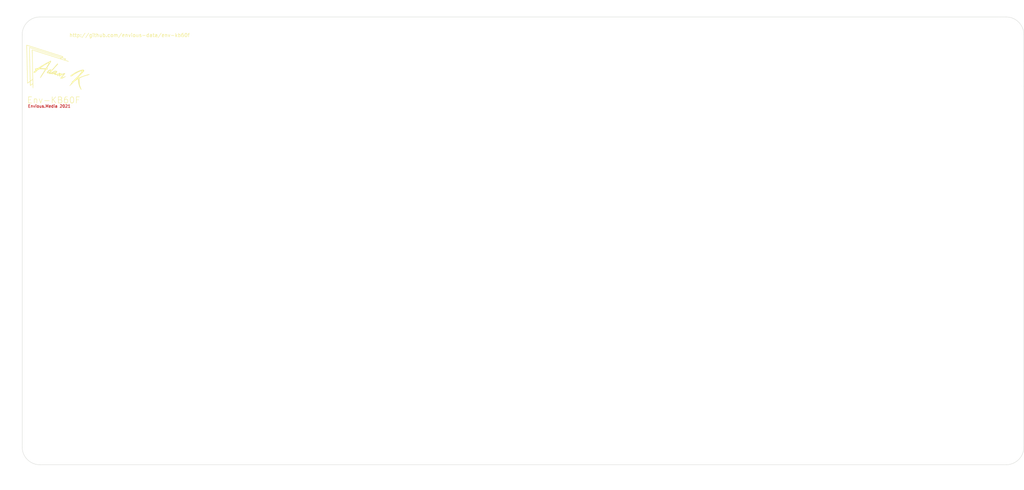
<source format=kicad_pcb>
(kicad_pcb (version 20171130) (host pcbnew "(5.1.9)-1")

  (general
    (thickness 1.6)
    (drawings 602)
    (tracks 0)
    (zones 0)
    (modules 9)
    (nets 2)
  )

  (page A2)
  (layers
    (0 F.Cu signal)
    (31 B.Cu signal)
    (32 B.Adhes user)
    (33 F.Adhes user)
    (34 B.Paste user)
    (35 F.Paste user)
    (36 B.SilkS user)
    (37 F.SilkS user)
    (38 B.Mask user)
    (39 F.Mask user)
    (40 Dwgs.User user)
    (41 Cmts.User user)
    (42 Eco1.User user)
    (43 Eco2.User user hide)
    (44 Edge.Cuts user)
    (45 Margin user)
    (46 B.CrtYd user)
    (47 F.CrtYd user)
    (48 B.Fab user)
    (49 F.Fab user)
  )

  (setup
    (last_trace_width 0.25)
    (user_trace_width 0.127)
    (user_trace_width 0.35)
    (user_trace_width 0.5)
    (user_trace_width 0.8)
    (user_trace_width 1)
    (user_trace_width 1.1938)
    (trace_clearance 0.2)
    (zone_clearance 0.508)
    (zone_45_only no)
    (trace_min 0.127)
    (via_size 0.8)
    (via_drill 0.4)
    (via_min_size 0.4)
    (via_min_drill 0.3)
    (uvia_size 0.3)
    (uvia_drill 0.1)
    (uvias_allowed no)
    (uvia_min_size 0.2)
    (uvia_min_drill 0.1)
    (edge_width 0.05)
    (segment_width 0.2)
    (pcb_text_width 0.3)
    (pcb_text_size 1.5 1.5)
    (mod_edge_width 0.12)
    (mod_text_size 1 1)
    (mod_text_width 0.15)
    (pad_size 1.5 1.5)
    (pad_drill 0.6)
    (pad_to_mask_clearance 0.051)
    (solder_mask_min_width 0.25)
    (aux_axis_origin 0 0)
    (visible_elements 7FFFFFFF)
    (pcbplotparams
      (layerselection 0x010fc_ffffffff)
      (usegerberextensions false)
      (usegerberattributes false)
      (usegerberadvancedattributes false)
      (creategerberjobfile false)
      (excludeedgelayer true)
      (linewidth 0.100000)
      (plotframeref false)
      (viasonmask false)
      (mode 1)
      (useauxorigin false)
      (hpglpennumber 1)
      (hpglpenspeed 20)
      (hpglpendiameter 15.000000)
      (psnegative false)
      (psa4output false)
      (plotreference true)
      (plotvalue true)
      (plotinvisibletext false)
      (padsonsilk false)
      (subtractmaskfromsilk false)
      (outputformat 1)
      (mirror false)
      (drillshape 1)
      (scaleselection 1)
      (outputdirectory ""))
  )

  (net 0 "")
  (net 1 GND)

  (net_class Default "This is the default net class."
    (clearance 0.2)
    (trace_width 0.25)
    (via_dia 0.8)
    (via_drill 0.4)
    (uvia_dia 0.3)
    (uvia_drill 0.1)
  )

  (net_class DIFF ""
    (clearance 0.127)
    (trace_width 0.25)
    (via_dia 0.8)
    (via_drill 0.4)
    (uvia_dia 0.3)
    (uvia_drill 0.1)
    (diff_pair_width 1.1938)
    (diff_pair_gap 0.1778)
  )

  (module MountingHole:MountingHole_2.2mm_M2 (layer F.Cu) (tedit 56D1B4CB) (tstamp 609AF3AE)
    (at 353.05 34.75)
    (descr "Mounting Hole 2.2mm, no annular, M2")
    (tags "mounting hole 2.2mm no annular m2")
    (path /609431FD)
    (attr virtual)
    (fp_text reference H11 (at 0 -3.2) (layer Dwgs.User)
      (effects (font (size 1 1) (thickness 0.15)))
    )
    (fp_text value MountingHole (at 0 3.2) (layer F.Fab)
      (effects (font (size 1 1) (thickness 0.15)))
    )
    (fp_circle (center 0 0) (end 2.2 0) (layer Cmts.User) (width 0.15))
    (fp_circle (center 0 0) (end 2.45 0) (layer F.CrtYd) (width 0.05))
    (fp_text user %R (at 0.3 0) (layer F.Fab)
      (effects (font (size 1 1) (thickness 0.15)))
    )
    (pad 1 np_thru_hole circle (at 0 0) (size 2.2 2.2) (drill 2.2) (layers *.Cu *.Mask))
  )

  (module MountingHole:MountingHole_2.2mm_M2 (layer F.Cu) (tedit 56D1B4CB) (tstamp 608627F1)
    (at 314.1 84.1)
    (descr "Mounting Hole 2.2mm, no annular, M2")
    (tags "mounting hole 2.2mm no annular m2")
    (path /608EDB63)
    (attr virtual)
    (fp_text reference H10 (at 0 -3.2) (layer Dwgs.User)
      (effects (font (size 1 1) (thickness 0.15)))
    )
    (fp_text value MountingHole (at 0 3.2) (layer F.Fab)
      (effects (font (size 1 1) (thickness 0.15)))
    )
    (fp_circle (center 0 0) (end 2.2 0) (layer Cmts.User) (width 0.15))
    (fp_circle (center 0 0) (end 2.45 0) (layer F.CrtYd) (width 0.05))
    (fp_text user %R (at 0.3 0) (layer F.Fab)
      (effects (font (size 1 1) (thickness 0.15)))
    )
    (pad 1 np_thru_hole circle (at 0 0) (size 2.2 2.2) (drill 2.2) (layers *.Cu *.Mask))
  )

  (module MountingHole:MountingHole_2.2mm_M2 (layer F.Cu) (tedit 56D1B4CB) (tstamp 608627E9)
    (at 218.5 84)
    (descr "Mounting Hole 2.2mm, no annular, M2")
    (tags "mounting hole 2.2mm no annular m2")
    (path /608DD691)
    (attr virtual)
    (fp_text reference H9 (at 0 -3.2) (layer Dwgs.User)
      (effects (font (size 1 1) (thickness 0.15)))
    )
    (fp_text value MountingHole (at 0 3.2) (layer F.Fab)
      (effects (font (size 1 1) (thickness 0.15)))
    )
    (fp_circle (center 0 0) (end 2.2 0) (layer Cmts.User) (width 0.15))
    (fp_circle (center 0 0) (end 2.45 0) (layer F.CrtYd) (width 0.05))
    (fp_text user %R (at 0.3 0) (layer F.Fab)
      (effects (font (size 1 1) (thickness 0.15)))
    )
    (pad 1 np_thru_hole circle (at 0 0) (size 2.2 2.2) (drill 2.2) (layers *.Cu *.Mask))
  )

  (module MountingHole:MountingHole_2.2mm_M2 (layer F.Cu) (tedit 56D1B4CB) (tstamp 609277E2)
    (at 338 155.5)
    (descr "Mounting Hole 2.2mm, no annular, M2")
    (tags "mounting hole 2.2mm no annular m2")
    (path /609389FB)
    (attr virtual)
    (fp_text reference H6 (at 0 -3.2) (layer Dwgs.User)
      (effects (font (size 1 1) (thickness 0.15)))
    )
    (fp_text value MountingHole (at 0 3.2) (layer F.Fab)
      (effects (font (size 1 1) (thickness 0.15)))
    )
    (fp_circle (center 0 0) (end 2.2 0) (layer Cmts.User) (width 0.15))
    (fp_circle (center 0 0) (end 2.45 0) (layer F.CrtYd) (width 0.05))
    (fp_text user %R (at 0.3 0) (layer F.Fab)
      (effects (font (size 1 1) (thickness 0.15)))
    )
    (pad 1 np_thru_hole circle (at 0 0) (size 2.2 2.2) (drill 2.2) (layers *.Cu *.Mask))
  )

  (module MountingHole:MountingHole_2.2mm_M2 (layer F.Cu) (tedit 56D1B4CB) (tstamp 609277DA)
    (at 101.8 84.1)
    (descr "Mounting Hole 2.2mm, no annular, M2")
    (tags "mounting hole 2.2mm no annular m2")
    (path /609389F5)
    (attr virtual)
    (fp_text reference H4 (at 0 -3.2) (layer Dwgs.User)
      (effects (font (size 1 1) (thickness 0.15)))
    )
    (fp_text value MountingHole (at 0 3.2) (layer F.Fab)
      (effects (font (size 1 1) (thickness 0.15)))
    )
    (fp_circle (center 0 0) (end 2.2 0) (layer Cmts.User) (width 0.15))
    (fp_circle (center 0 0) (end 2.45 0) (layer F.CrtYd) (width 0.05))
    (fp_text user %R (at 0.3 0) (layer F.Fab)
      (effects (font (size 1 1) (thickness 0.15)))
    )
    (pad 1 np_thru_hole circle (at 0 0) (size 2.2 2.2) (drill 2.2) (layers *.Cu *.Mask))
  )

  (module MountingHole:MountingHole_2.2mm_M2 (layer F.Cu) (tedit 56D1B4CB) (tstamp 608627D1)
    (at 87 38.1)
    (descr "Mounting Hole 2.2mm, no annular, M2")
    (tags "mounting hole 2.2mm no annular m2")
    (path /608ACB73)
    (attr virtual)
    (fp_text reference H3 (at 0 -3.2) (layer Dwgs.User)
      (effects (font (size 1 1) (thickness 0.15)))
    )
    (fp_text value MountingHole (at 0 3.2) (layer F.Fab)
      (effects (font (size 1 1) (thickness 0.15)))
    )
    (fp_circle (center 0 0) (end 2.2 0) (layer Cmts.User) (width 0.15))
    (fp_circle (center 0 0) (end 2.45 0) (layer F.CrtYd) (width 0.05))
    (fp_text user %R (at 0.3 0) (layer F.Fab)
      (effects (font (size 1 1) (thickness 0.15)))
    )
    (pad 1 np_thru_hole circle (at 0 0) (size 2.2 2.2) (drill 2.2) (layers *.Cu *.Mask))
  )

  (module MountingHole:MountingHole_2.2mm_M2 (layer F.Cu) (tedit 56D1B4CB) (tstamp 609277D2)
    (at 99.75 155.5)
    (descr "Mounting Hole 2.2mm, no annular, M2")
    (tags "mounting hole 2.2mm no annular m2")
    (path /609389EF)
    (attr virtual)
    (fp_text reference H2 (at 0 -3.2) (layer Dwgs.User)
      (effects (font (size 1 1) (thickness 0.15)))
    )
    (fp_text value MountingHole (at 0 3.2) (layer F.Fab)
      (effects (font (size 1 1) (thickness 0.15)))
    )
    (fp_circle (center 0 0) (end 2.2 0) (layer Cmts.User) (width 0.15))
    (fp_circle (center 0 0) (end 2.45 0) (layer F.CrtYd) (width 0.05))
    (fp_text user %R (at 0.3 0) (layer F.Fab)
      (effects (font (size 1 1) (thickness 0.15)))
    )
    (pad 1 np_thru_hole circle (at 0 0) (size 2.2 2.2) (drill 2.2) (layers *.Cu *.Mask))
  )

  (module MountingHole:MountingHole_2.2mm_M2 (layer F.Cu) (tedit 56D1B4CB) (tstamp 608627C9)
    (at 218.5 154)
    (descr "Mounting Hole 2.2mm, no annular, M2")
    (tags "mounting hole 2.2mm no annular m2")
    (path /608AB119)
    (attr virtual)
    (fp_text reference H1 (at 0 -3.2) (layer Dwgs.User)
      (effects (font (size 1 1) (thickness 0.15)))
    )
    (fp_text value MountingHole (at 0 3.2) (layer F.Fab)
      (effects (font (size 1 1) (thickness 0.15)))
    )
    (fp_circle (center 0 0) (end 2.2 0) (layer Cmts.User) (width 0.15))
    (fp_circle (center 0 0) (end 2.45 0) (layer F.CrtYd) (width 0.05))
    (fp_text user %R (at 0.3 0) (layer F.Fab)
      (effects (font (size 1 1) (thickness 0.15)))
    )
    (pad 1 np_thru_hole circle (at 0 0) (size 2.2 2.2) (drill 2.2) (layers *.Cu *.Mask))
  )

  (module AKLogo:logo locked (layer F.Cu) (tedit 0) (tstamp 60937EC3)
    (at 87.25 47.5)
    (fp_text reference G*** (at 0 0) (layer F.SilkS) hide
      (effects (font (size 1.524 1.524) (thickness 0.3)))
    )
    (fp_text value LOGO (at 0.75 0) (layer F.SilkS) hide
      (effects (font (size 1.524 1.524) (thickness 0.3)))
    )
    (fp_poly (pts (xy 7.025896 0.37803) (xy 7.095413 0.416519) (xy 7.140345 0.452458) (xy 7.213741 0.528128)
      (xy 7.254317 0.596987) (xy 7.257143 0.612959) (xy 7.238656 0.712971) (xy 7.180741 0.83409)
      (xy 7.07972 0.981204) (xy 6.931912 1.159201) (xy 6.733638 1.37297) (xy 6.529624 1.579565)
      (xy 6.317406 1.793267) (xy 6.120507 1.997605) (xy 5.944535 2.186248) (xy 5.795096 2.352866)
      (xy 5.6778 2.491128) (xy 5.598253 2.594702) (xy 5.562063 2.657258) (xy 5.562359 2.671598)
      (xy 5.602814 2.668588) (xy 5.691183 2.642883) (xy 5.808527 2.600012) (xy 5.81129 2.598918)
      (xy 5.993223 2.528462) (xy 6.216802 2.444532) (xy 6.469077 2.351739) (xy 6.737096 2.254692)
      (xy 7.007909 2.157999) (xy 7.268563 2.06627) (xy 7.506109 1.984115) (xy 7.707595 1.916143)
      (xy 7.860069 1.866962) (xy 7.910286 1.851889) (xy 8.072843 1.805107) (xy 8.261027 1.750953)
      (xy 8.41308 1.707199) (xy 8.561847 1.668192) (xy 8.657526 1.653794) (xy 8.714708 1.662403)
      (xy 8.73058 1.672352) (xy 8.778076 1.738631) (xy 8.756024 1.794565) (xy 8.667373 1.833075)
      (xy 8.663215 1.833995) (xy 8.571933 1.859826) (xy 8.440164 1.904417) (xy 8.294452 1.958722)
      (xy 8.27603 1.96596) (xy 8.097093 2.029206) (xy 7.895925 2.089136) (xy 7.731744 2.129264)
      (xy 7.504992 2.186664) (xy 7.236637 2.271366) (xy 6.948424 2.375261) (xy 6.662097 2.490244)
      (xy 6.399402 2.608206) (xy 6.261305 2.677499) (xy 5.936753 2.849021) (xy 5.946237 3.574439)
      (xy 5.953851 3.910778) (xy 5.969212 4.192329) (xy 5.995595 4.436738) (xy 6.036277 4.661652)
      (xy 6.094533 4.884716) (xy 6.173639 5.123576) (xy 6.276872 5.395879) (xy 6.290992 5.431529)
      (xy 6.362297 5.613526) (xy 6.423934 5.775731) (xy 6.470763 5.904245) (xy 6.497646 5.985169)
      (xy 6.501737 6.001522) (xy 6.496848 6.068037) (xy 6.455856 6.078937) (xy 6.387069 6.036003)
      (xy 6.315528 5.96161) (xy 6.221838 5.827614) (xy 6.116855 5.64118) (xy 6.00908 5.419694)
      (xy 5.90701 5.180539) (xy 5.824722 4.957702) (xy 5.714947 4.597981) (xy 5.642385 4.26764)
      (xy 5.602014 3.937041) (xy 5.588814 3.576548) (xy 5.588786 3.565072) (xy 5.587711 3.369764)
      (xy 5.584181 3.235673) (xy 5.576614 3.151447) (xy 5.563427 3.105738) (xy 5.543037 3.087194)
      (xy 5.52174 3.084286) (xy 5.469017 3.102899) (xy 5.367848 3.154173) (xy 5.230662 3.231264)
      (xy 5.069889 3.327324) (xy 4.986526 3.37908) (xy 4.838485 3.473569) (xy 4.711982 3.558959)
      (xy 4.59672 3.644099) (xy 4.482402 3.73784) (xy 4.35873 3.849032) (xy 4.21541 3.986524)
      (xy 4.042143 4.159165) (xy 3.838315 4.365942) (xy 3.607907 4.59849) (xy 3.42422 4.778764)
      (xy 3.285321 4.908342) (xy 3.189279 4.988797) (xy 3.134162 5.021707) (xy 3.11804 5.008646)
      (xy 3.138979 4.951191) (xy 3.152093 4.925731) (xy 3.189263 4.86761) (xy 3.260884 4.764785)
      (xy 3.357586 4.6304) (xy 3.47 4.477602) (xy 3.504074 4.431893) (xy 3.648054 4.232686)
      (xy 3.742809 4.085933) (xy 3.788674 3.991081) (xy 3.792199 3.956219) (xy 3.782926 3.893952)
      (xy 3.802496 3.832383) (xy 3.859017 3.760945) (xy 3.960597 3.66907) (xy 4.094261 3.562485)
      (xy 4.194825 3.477616) (xy 4.335897 3.348876) (xy 4.508394 3.185381) (xy 4.703235 2.996246)
      (xy 4.911338 2.790586) (xy 5.12362 2.577516) (xy 5.331002 2.366151) (xy 5.524399 2.165607)
      (xy 5.694731 1.984998) (xy 5.832916 1.833441) (xy 5.929523 1.720483) (xy 6.030028 1.597016)
      (xy 6.151515 1.44997) (xy 6.267855 1.31097) (xy 6.268935 1.309691) (xy 6.371222 1.181346)
      (xy 6.463727 1.052768) (xy 6.528168 0.949532) (xy 6.533109 0.940135) (xy 6.576036 0.850635)
      (xy 6.585292 0.804304) (xy 6.562055 0.780655) (xy 6.542746 0.772503) (xy 6.480794 0.773275)
      (xy 6.367491 0.796778) (xy 6.219047 0.839245) (xy 6.133429 0.867546) (xy 5.812069 0.994688)
      (xy 5.454759 1.164443) (xy 5.076935 1.368176) (xy 4.694029 1.597252) (xy 4.321478 1.843037)
      (xy 4.082143 2.015151) (xy 3.908861 2.143141) (xy 3.782004 2.23142) (xy 3.690674 2.284783)
      (xy 3.623975 2.308028) (xy 3.57101 2.305949) (xy 3.520883 2.283343) (xy 3.501108 2.27089)
      (xy 3.432722 2.2212) (xy 3.39225 2.174269) (xy 3.384364 2.124505) (xy 3.413733 2.066318)
      (xy 3.485028 1.994117) (xy 3.602919 1.90231) (xy 3.772079 1.785307) (xy 3.997176 1.637515)
      (xy 4.069025 1.591042) (xy 4.46801 1.345266) (xy 4.873395 1.117716) (xy 5.275714 0.912571)
      (xy 5.665502 0.734008) (xy 6.033294 0.586205) (xy 6.369625 0.473341) (xy 6.665031 0.399593)
      (xy 6.822845 0.375413) (xy 6.945065 0.36676) (xy 7.025896 0.37803)) (layer F.SilkS) (width 0.01))
    (fp_poly (pts (xy -9.01819 -6.613581) (xy -8.989444 -6.608657) (xy -8.945286 -6.598383) (xy -8.882506 -6.58176)
      (xy -8.797896 -6.557787) (xy -8.688248 -6.525466) (xy -8.550352 -6.483795) (xy -8.381 -6.431776)
      (xy -8.176984 -6.368408) (xy -7.935095 -6.292692) (xy -7.652123 -6.203627) (xy -7.324861 -6.100215)
      (xy -6.9501 -5.981455) (xy -6.524632 -5.846348) (xy -6.045246 -5.693893) (xy -5.508736 -5.523091)
      (xy -4.911892 -5.332942) (xy -4.251506 -5.122446) (xy -3.719285 -4.952757) (xy -3.268823 -4.809174)
      (xy -2.805483 -4.661583) (xy -2.339221 -4.513148) (xy -1.879993 -4.367035) (xy -1.437754 -4.22641)
      (xy -1.022458 -4.094438) (xy -0.644062 -3.974285) (xy -0.31252 -3.869114) (xy -0.037788 -3.782093)
      (xy 0.018143 -3.764401) (xy 0.309515 -3.671671) (xy 0.580001 -3.58445) (xy 0.821546 -3.505421)
      (xy 1.02609 -3.43727) (xy 1.185577 -3.382681) (xy 1.291949 -3.344339) (xy 1.337149 -3.324929)
      (xy 1.337212 -3.324881) (xy 1.354723 -3.293001) (xy 1.328718 -3.246182) (xy 1.251726 -3.172372)
      (xy 1.232377 -3.155717) (xy 1.078474 -3.02448) (xy 1.564309 -2.870634) (xy 1.743476 -2.813877)
      (xy 1.899595 -2.76438) (xy 2.018719 -2.726567) (xy 2.086906 -2.704863) (xy 2.0955 -2.702104)
      (xy 2.13905 -2.663396) (xy 2.120794 -2.601648) (xy 2.04451 -2.524895) (xy 1.995715 -2.489878)
      (xy 1.910758 -2.428562) (xy 1.858536 -2.381055) (xy 1.850629 -2.367128) (xy 1.883417 -2.347693)
      (xy 1.97376 -2.311774) (xy 2.109687 -2.263694) (xy 2.279231 -2.20778) (xy 2.376386 -2.177143)
      (xy 2.58712 -2.10994) (xy 2.736402 -2.057633) (xy 2.832916 -2.016477) (xy 2.885347 -1.98273)
      (xy 2.902378 -1.952647) (xy 2.902471 -1.950357) (xy 2.878412 -1.896669) (xy 2.850711 -1.886857)
      (xy 2.805126 -1.897534) (xy 2.698583 -1.92791) (xy 2.539226 -1.975498) (xy 2.335193 -2.037815)
      (xy 2.094628 -2.112373) (xy 1.82567 -2.196689) (xy 1.553497 -2.282857) (xy 0.586907 -2.59029)
      (xy 0.15091 -2.728967) (xy 0.699902 -2.728967) (xy 0.723266 -2.706906) (xy 0.742566 -2.698866)
      (xy 0.84272 -2.662885) (xy 0.978927 -2.617351) (xy 1.13393 -2.567614) (xy 1.29047 -2.519023)
      (xy 1.431287 -2.476931) (xy 1.539124 -2.446685) (xy 1.59672 -2.433638) (xy 1.598594 -2.433499)
      (xy 1.662478 -2.452385) (xy 1.750328 -2.502184) (xy 1.77284 -2.518049) (xy 1.890635 -2.604956)
      (xy 1.405229 -2.767218) (xy 0.919823 -2.929479) (xy 0.795555 -2.827902) (xy 0.721907 -2.764207)
      (xy 0.699902 -2.728967) (xy 0.15091 -2.728967) (xy -0.31244 -2.876344) (xy -1.146463 -3.141631)
      (xy -1.917078 -3.386761) (xy -2.626204 -3.612343) (xy -3.275757 -3.818989) (xy -3.867657 -4.007309)
      (xy -4.40382 -4.177912) (xy -4.886163 -4.33141) (xy -5.316605 -4.468413) (xy -5.697064 -4.58953)
      (xy -6.029456 -4.695374) (xy -6.3157 -4.786553) (xy -6.557712 -4.863679) (xy -6.757411 -4.927361)
      (xy -6.916715 -4.97821) (xy -7.037541 -5.016836) (xy -7.121806 -5.043851) (xy -7.171428 -5.059863)
      (xy -7.181266 -5.06308) (xy -7.341247 -5.11581) (xy -7.316537 -3.891405) (xy -7.303553 -3.252535)
      (xy -7.289949 -2.591471) (xy -7.275893 -1.916039) (xy -7.261555 -1.23406) (xy -7.247105 -0.55336)
      (xy -7.232711 0.118239) (xy -7.218543 0.772912) (xy -7.204771 1.402836) (xy -7.191564 2.000187)
      (xy -7.179091 2.557141) (xy -7.167521 3.065874) (xy -7.157025 3.518564) (xy -7.147772 3.907385)
      (xy -7.146832 3.946137) (xy -7.139197 4.281184) (xy -7.133049 4.594154) (xy -7.128464 4.877528)
      (xy -7.125518 5.123784) (xy -7.124287 5.325404) (xy -7.124848 5.474868) (xy -7.127277 5.564656)
      (xy -7.130183 5.588066) (xy -7.182929 5.622099) (xy -7.200722 5.624286) (xy -7.220532 5.60702)
      (xy -7.236789 5.549844) (xy -7.250531 5.444687) (xy -7.262797 5.283481) (xy -7.274625 5.058156)
      (xy -7.27519 5.045801) (xy -7.301506 4.467316) (xy -7.611429 4.701087) (xy -7.74323 4.79722)
      (xy -7.857014 4.874171) (xy -7.938581 4.92269) (xy -7.970247 4.934857) (xy -8.006766 4.899977)
      (xy -8.023342 4.795388) (xy -8.023916 4.780643) (xy -8.027897 4.680224) (xy -8.034907 4.52994)
      (xy -8.043856 4.352383) (xy -8.051131 4.215934) (xy -8.073571 3.805439) (xy -8.416056 4.062134)
      (xy -8.551523 4.159923) (xy -8.666265 4.235733) (xy -8.748068 4.28197) (xy -8.784575 4.291201)
      (xy -8.788689 4.278249) (xy -8.792869 4.246099) (xy -8.797192 4.191736) (xy -8.801737 4.112145)
      (xy -8.806581 4.004312) (xy -8.811801 3.865222) (xy -8.817475 3.69186) (xy -8.82368 3.481212)
      (xy -8.830494 3.230262) (xy -8.837994 2.935996) (xy -8.846258 2.5954) (xy -8.855364 2.205457)
      (xy -8.865388 1.763155) (xy -8.876408 1.265477) (xy -8.888502 0.709409) (xy -8.901748 0.091937)
      (xy -8.916222 -0.589954) (xy -8.932003 -1.33928) (xy -8.943856 -1.905) (xy -8.953752 -2.368136)
      (xy -8.964135 -2.835883) (xy -8.97478 -3.299074) (xy -8.985459 -3.74854) (xy -8.995945 -4.175111)
      (xy -9.006011 -4.569621) (xy -9.01543 -4.922899) (xy -9.023975 -5.225778) (xy -9.031419 -5.469089)
      (xy -9.034142 -5.550724) (xy -9.042388 -5.817682) (xy -9.047424 -6.033673) (xy -8.885041 -6.033673)
      (xy -8.882369 -5.794295) (xy -8.876094 -5.488155) (xy -8.874789 -5.433785) (xy -8.870264 -5.244132)
      (xy -8.864345 -4.989432) (xy -8.857199 -4.677196) (xy -8.848995 -4.314932) (xy -8.839899 -3.91015)
      (xy -8.830081 -3.470358) (xy -8.819708 -3.003066) (xy -8.808948 -2.515782) (xy -8.797969 -2.016015)
      (xy -8.786938 -1.511275) (xy -8.780898 -1.233714) (xy -8.769888 -0.727835) (xy -8.758834 -0.221627)
      (xy -8.747905 0.277261) (xy -8.737272 0.761183) (xy -8.727102 1.222492) (xy -8.717564 1.653539)
      (xy -8.708829 2.046679) (xy -8.701064 2.394263) (xy -8.694439 2.688644) (xy -8.689123 2.922175)
      (xy -8.686892 3.018752) (xy -8.662657 4.059932) (xy -8.368114 3.838148) (xy -8.244261 3.744983)
      (xy -8.161667 3.683) (xy -7.91857 3.683) (xy -7.896472 4.027715) (xy -7.886506 4.199481)
      (xy -7.878829 4.362753) (xy -7.874628 4.490939) (xy -7.874187 4.526643) (xy -7.869727 4.620866)
      (xy -7.858733 4.675419) (xy -7.853281 4.680857) (xy -7.817345 4.660124) (xy -7.738032 4.604481)
      (xy -7.629101 4.523764) (xy -7.562995 4.473357) (xy -7.293428 4.265857) (xy -7.296607 3.938143)
      (xy -7.300865 3.765534) (xy -7.309359 3.597399) (xy -7.32047 3.463613) (xy -7.323821 3.436432)
      (xy -7.347857 3.262435) (xy -7.633213 3.472717) (xy -7.91857 3.683) (xy -8.161667 3.683)
      (xy -8.144345 3.670001) (xy -8.080999 3.62267) (xy -8.065205 3.611078) (xy -8.064487 3.574453)
      (xy -8.065391 3.469074) (xy -8.067837 3.298741) (xy -8.071746 3.067252) (xy -8.07704 2.778406)
      (xy -8.083638 2.436) (xy -8.091461 2.043834) (xy -8.100431 1.605705) (xy -8.110468 1.125413)
      (xy -8.121492 0.606756) (xy -8.133425 0.053533) (xy -8.146187 -0.530459) (xy -8.159698 -1.141421)
      (xy -8.17388 -1.775554) (xy -8.188654 -2.429059) (xy -8.203939 -3.098139) (xy -8.217431 -3.682975)
      (xy -8.226205 -4.080505) (xy -8.233657 -4.456482) (xy -8.239718 -4.804641) (xy -8.244319 -5.118716)
      (xy -8.247391 -5.39244) (xy -8.248867 -5.619546) (xy -8.248676 -5.793769) (xy -8.248568 -5.80025)
      (xy -8.126612 -5.80025) (xy -8.10927 -5.539911) (xy -8.10524 -5.453632) (xy -8.100116 -5.302674)
      (xy -8.094095 -5.094917) (xy -8.087371 -4.83824) (xy -8.080141 -4.540524) (xy -8.072599 -4.209649)
      (xy -8.064943 -3.853495) (xy -8.057366 -3.479943) (xy -8.054611 -3.338285) (xy -8.04621 -2.909972)
      (xy -8.036988 -2.455075) (xy -8.027259 -1.988155) (xy -8.017336 -1.52377) (xy -8.007534 -1.076482)
      (xy -7.998168 -0.660849) (xy -7.98955 -0.291433) (xy -7.983341 -0.036285) (xy -7.974219 0.333326)
      (xy -7.9645 0.734222) (xy -7.954633 1.147381) (xy -7.945069 1.553781) (xy -7.936256 1.9344)
      (xy -7.928645 2.270215) (xy -7.925679 2.40401) (xy -7.90197 3.483592) (xy -7.751913 3.371852)
      (xy -7.630065 3.281927) (xy -7.504332 3.190331) (xy -7.46656 3.163127) (xy -7.391078 3.104601)
      (xy -7.350552 3.050634) (xy -7.334029 2.975884) (xy -7.330554 2.855008) (xy -7.33053 2.848429)
      (xy -7.331163 2.757885) (xy -7.333344 2.601143) (xy -7.336937 2.384559) (xy -7.341803 2.114486)
      (xy -7.347807 1.79728) (xy -7.354811 1.439296) (xy -7.362679 1.046886) (xy -7.371274 0.626407)
      (xy -7.380458 0.184213) (xy -7.390095 -0.273342) (xy -7.400048 -0.739903) (xy -7.41018 -1.209115)
      (xy -7.420355 -1.674625) (xy -7.430434 -2.130076) (xy -7.440283 -2.569115) (xy -7.449762 -2.985388)
      (xy -7.458737 -3.372539) (xy -7.467069 -3.724214) (xy -7.474622 -4.034058) (xy -7.481259 -4.295717)
      (xy -7.486844 -4.502836) (xy -7.491238 -4.649061) (xy -7.493233 -4.704574) (xy -7.500668 -4.952361)
      (xy -7.500145 -5.131414) (xy -7.491695 -5.240542) (xy -7.478034 -5.277607) (xy -7.437371 -5.271229)
      (xy -7.334049 -5.244479) (xy -7.174472 -5.199281) (xy -6.965041 -5.137559) (xy -6.712161 -5.061239)
      (xy -6.422233 -4.972243) (xy -6.101661 -4.872498) (xy -5.756847 -4.763928) (xy -5.543627 -4.696191)
      (xy -5.146669 -4.569698) (xy -4.737414 -4.439336) (xy -4.32735 -4.30876) (xy -3.927968 -4.181628)
      (xy -3.550757 -4.061596) (xy -3.207207 -3.952321) (xy -2.908807 -3.857459) (xy -2.667047 -3.780668)
      (xy -2.648857 -3.774894) (xy -2.330015 -3.673651) (xy -1.965167 -3.557719) (xy -1.57745 -3.434458)
      (xy -1.19 -3.311222) (xy -0.825954 -3.195369) (xy -0.593038 -3.121204) (xy 0.464923 -2.784222)
      (xy 0.577176 -2.864153) (xy 0.649774 -2.922473) (xy 0.687793 -2.965946) (xy 0.689429 -2.97183)
      (xy 0.657238 -2.994328) (xy 0.571274 -3.030652) (xy 0.447453 -3.074374) (xy 0.390072 -3.092749)
      (xy 0.27525 -3.128687) (xy 0.115327 -3.179072) (xy -0.091728 -3.244551) (xy -0.347945 -3.32577)
      (xy -0.655357 -3.423375) (xy -1.015994 -3.538011) (xy -1.431888 -3.670326) (xy -1.905068 -3.820965)
      (xy -2.437567 -3.990575) (xy -3.031415 -4.179801) (xy -3.688644 -4.389289) (xy -4.411284 -4.619687)
      (xy -5.061857 -4.827147) (xy -5.503193 -4.967869) (xy -5.926135 -5.102677) (xy -6.325365 -5.229879)
      (xy -6.695564 -5.347781) (xy -7.031411 -5.454692) (xy -7.327588 -5.548918) (xy -7.578776 -5.628768)
      (xy -7.779655 -5.692549) (xy -7.924907 -5.738568) (xy -8.009213 -5.765132) (xy -8.02752 -5.770792)
      (xy -8.126612 -5.80025) (xy -8.248568 -5.80025) (xy -8.246751 -5.908842) (xy -8.243023 -5.958499)
      (xy -8.242364 -5.959864) (xy -8.197397 -5.962166) (xy -8.102611 -5.943842) (xy -7.97652 -5.908706)
      (xy -7.944797 -5.898568) (xy -7.844993 -5.866234) (xy -7.686438 -5.81528) (xy -7.479552 -5.749036)
      (xy -7.234755 -5.670833) (xy -6.96247 -5.584001) (xy -6.673116 -5.49187) (xy -6.477 -5.429506)
      (xy -6.167166 -5.331019) (xy -5.804301 -5.215649) (xy -5.404529 -5.088524) (xy -4.983973 -4.954772)
      (xy -4.558756 -4.81952) (xy -4.145 -4.687897) (xy -3.758828 -4.565029) (xy -3.719285 -4.552446)
      (xy -3.316728 -4.424367) (xy -2.867412 -4.28144) (xy -2.390955 -4.129904) (xy -1.906973 -3.975998)
      (xy -1.435082 -3.825958) (xy -0.994901 -3.686024) (xy -0.638883 -3.572869) (xy 0.881233 -3.089783)
      (xy 0.985151 -3.166614) (xy 1.046278 -3.222399) (xy 1.064597 -3.26209) (xy 1.061607 -3.266567)
      (xy 1.021369 -3.282823) (xy 0.920482 -3.317853) (xy 0.767575 -3.368828) (xy 0.571279 -3.432916)
      (xy 0.340226 -3.507284) (xy 0.083044 -3.589101) (xy -0.036285 -3.626768) (xy -0.34308 -3.723539)
      (xy -0.664249 -3.825131) (xy -0.983093 -3.92624) (xy -1.282909 -4.021564) (xy -1.546997 -4.1058)
      (xy -1.758655 -4.173645) (xy -1.759857 -4.174032) (xy -1.96305 -4.239253) (xy -2.220168 -4.321522)
      (xy -2.51595 -4.415971) (xy -2.835137 -4.517732) (xy -3.162468 -4.621937) (xy -3.482686 -4.72372)
      (xy -3.574143 -4.752756) (xy -3.902086 -4.856923) (xy -4.253075 -4.968551) (xy -4.609271 -5.081956)
      (xy -4.95284 -5.191458) (xy -5.265945 -5.291374) (xy -5.53075 -5.376021) (xy -5.569857 -5.38854)
      (xy -6.162417 -5.578086) (xy -6.700756 -5.749869) (xy -7.183227 -5.903371) (xy -7.608186 -6.038075)
      (xy -7.973988 -6.153463) (xy -8.278988 -6.249019) (xy -8.521541 -6.324225) (xy -8.700001 -6.378564)
      (xy -8.812724 -6.411518) (xy -8.858029 -6.422571) (xy -8.870605 -6.40074) (xy -8.879243 -6.331946)
      (xy -8.884027 -6.211241) (xy -8.885041 -6.033673) (xy -9.047424 -6.033673) (xy -9.048061 -6.060954)
      (xy -9.051089 -6.271121) (xy -9.0514 -6.438765) (xy -9.04892 -6.554467) (xy -9.043578 -6.60881)
      (xy -9.042278 -6.611379) (xy -9.034732 -6.614155) (xy -9.01819 -6.613581)) (layer F.SilkS) (width 0.01))
    (fp_poly (pts (xy -0.245497 -1.303847) (xy -0.163398 -1.281005) (xy -0.119529 -1.270144) (xy -0.118168 -1.27)
      (xy -0.109996 -1.240186) (xy -0.108857 -1.212913) (xy -0.13247 -1.16475) (xy -0.196533 -1.077545)
      (xy -0.290882 -0.964264) (xy -0.390071 -0.85418) (xy -0.515673 -0.718362) (xy -0.672979 -0.546627)
      (xy -0.845369 -0.357206) (xy -1.016226 -0.168328) (xy -1.088571 -0.087936) (xy -1.269386 0.11265)
      (xy -1.474642 0.339176) (xy -1.682099 0.567164) (xy -1.869517 0.772136) (xy -1.914071 0.820652)
      (xy -2.049819 0.969488) (xy -2.166456 1.099642) (xy -2.255849 1.201855) (xy -2.309865 1.266865)
      (xy -2.322285 1.285464) (xy -2.294544 1.305904) (xy -2.28801 1.306286) (xy -2.234254 1.29015)
      (xy -2.129617 1.245916) (xy -1.987142 1.179843) (xy -1.819872 1.098192) (xy -1.640847 1.007224)
      (xy -1.463111 0.913198) (xy -1.418795 0.889063) (xy -1.154216 0.764401) (xy -0.92248 0.700147)
      (xy -0.717559 0.695429) (xy -0.533423 0.749372) (xy -0.515472 0.758188) (xy -0.424813 0.813723)
      (xy -0.376749 0.873441) (xy -0.372865 0.94755) (xy -0.414744 1.046256) (xy -0.503974 1.179768)
      (xy -0.600517 1.30583) (xy -0.695976 1.43322) (xy -0.766697 1.539877) (xy -0.804795 1.613101)
      (xy -0.807127 1.638531) (xy -0.750631 1.651532) (xy -0.63145 1.638902) (xy -0.44787 1.600362)
      (xy -0.237305 1.546319) (xy -0.111556 1.514943) (xy -0.007258 1.493675) (xy 0.042633 1.487715)
      (xy 0.10908 1.458636) (xy 0.145143 1.415143) (xy 0.214098 1.329904) (xy 0.304522 1.269691)
      (xy 0.390324 1.25016) (xy 0.412173 1.254917) (xy 0.459196 1.308927) (xy 0.471715 1.385185)
      (xy 0.478302 1.458564) (xy 0.509327 1.476201) (xy 0.553358 1.464621) (xy 0.68195 1.441254)
      (xy 0.802302 1.453857) (xy 0.895195 1.496606) (xy 0.941416 1.563674) (xy 0.943429 1.582872)
      (xy 0.953665 1.620269) (xy 0.991638 1.627632) (xy 1.068247 1.602848) (xy 1.194389 1.543802)
      (xy 1.225678 1.52812) (xy 1.446527 1.426275) (xy 1.616982 1.369828) (xy 1.742171 1.357443)
      (xy 1.808935 1.375994) (xy 1.849702 1.399279) (xy 1.876445 1.423712) (xy 1.885118 1.4557)
      (xy 1.871672 1.501651) (xy 1.83206 1.567973) (xy 1.762234 1.661074) (xy 1.658146 1.78736)
      (xy 1.515748 1.953242) (xy 1.330993 2.165125) (xy 1.257062 2.249635) (xy 1.140752 2.385587)
      (xy 1.046255 2.501864) (xy 0.981754 2.587937) (xy 0.955436 2.633278) (xy 0.955853 2.637091)
      (xy 0.969637 2.644116) (xy 0.996611 2.642258) (xy 1.046239 2.628155) (xy 1.127986 2.598444)
      (xy 1.251319 2.549762) (xy 1.425703 2.478747) (xy 1.578429 2.41592) (xy 1.771859 2.337479)
      (xy 1.907984 2.286425) (xy 1.995885 2.260829) (xy 2.044641 2.258761) (xy 2.063335 2.278292)
      (xy 2.061875 2.313215) (xy 2.025984 2.353234) (xy 1.936416 2.416302) (xy 1.805753 2.495858)
      (xy 1.646573 2.585341) (xy 1.471458 2.678188) (xy 1.292988 2.767839) (xy 1.123741 2.847733)
      (xy 0.976298 2.911308) (xy 0.86324 2.952002) (xy 0.816429 2.962801) (xy 0.692889 2.96388)
      (xy 0.625929 2.93495) (xy 0.594158 2.867822) (xy 0.580579 2.770718) (xy 0.580572 2.768624)
      (xy 0.587903 2.70981) (xy 0.615243 2.646509) (xy 0.67061 2.567262) (xy 0.762024 2.460611)
      (xy 0.897501 2.3151) (xy 0.899269 2.313238) (xy 1.089571 2.108672) (xy 1.238248 1.940029)
      (xy 1.342478 1.810801) (xy 1.399439 1.724481) (xy 1.406939 1.68513) (xy 1.36578 1.690866)
      (xy 1.275858 1.728852) (xy 1.149652 1.792396) (xy 0.999637 1.874806) (xy 0.83829 1.969388)
      (xy 0.678086 2.06945) (xy 0.622477 2.105937) (xy 0.458927 2.207177) (xy 0.338958 2.261136)
      (xy 0.252936 2.269879) (xy 0.19123 2.235469) (xy 0.166992 2.203546) (xy 0.149576 2.146057)
      (xy 0.170124 2.070671) (xy 0.209727 1.994903) (xy 0.255583 1.898011) (xy 0.253798 1.853135)
      (xy 0.206911 1.859862) (xy 0.117457 1.91778) (xy -0.012025 2.026475) (xy -0.018143 2.032)
      (xy -0.130852 2.131888) (xy -0.204714 2.188118) (xy -0.253511 2.207) (xy -0.291025 2.194843)
      (xy -0.319314 2.169886) (xy -0.360475 2.083368) (xy -0.334334 1.977299) (xy -0.246882 1.861371)
      (xy -0.182445 1.790199) (xy -0.165073 1.75366) (xy -0.19996 1.750294) (xy -0.2923 1.778643)
      (xy -0.399142 1.818591) (xy -0.59927 1.877514) (xy -0.784638 1.898679) (xy -0.944282 1.884144)
      (xy -1.067235 1.835968) (xy -1.142534 1.756208) (xy -1.161143 1.675564) (xy -1.14552 1.582795)
      (xy -1.115785 1.525917) (xy -1.09216 1.492926) (xy -1.125607 1.497938) (xy -1.143 1.504243)
      (xy -1.377542 1.588278) (xy -1.557502 1.641994) (xy -1.693759 1.666401) (xy -1.797191 1.662508)
      (xy -1.878677 1.631323) (xy -1.944437 1.578576) (xy -2.010879 1.520574) (xy -2.060681 1.51127)
      (xy -2.115144 1.538218) (xy -2.205493 1.57843) (xy -2.3201 1.610174) (xy -2.333637 1.612714)
      (xy -2.423078 1.622131) (xy -2.487628 1.603211) (xy -2.556441 1.543978) (xy -2.591106 1.506954)
      (xy -2.663303 1.432896) (xy -2.722567 1.396999) (xy -2.797651 1.389653) (xy -2.909929 1.400378)
      (xy -3.029889 1.410653) (xy -3.104105 1.402188) (xy -3.1582 1.36942) (xy -3.187673 1.340083)
      (xy -3.198706 1.325073) (xy -1.591375 1.325073) (xy -1.589046 1.345316) (xy -1.526898 1.332077)
      (xy -1.403568 1.285308) (xy -1.217697 1.204961) (xy -1.150677 1.174818) (xy -0.993217 1.100405)
      (xy -0.854837 1.029295) (xy -0.75259 0.970588) (xy -0.708579 0.938961) (xy -0.66419 0.892704)
      (xy -0.672633 0.874279) (xy -0.74316 0.870867) (xy -0.757738 0.870858) (xy -0.887801 0.894774)
      (xy -1.054591 0.961617) (xy -1.242507 1.064025) (xy -1.422015 1.184331) (xy -1.535244 1.271395)
      (xy -1.591375 1.325073) (xy -3.198706 1.325073) (xy -3.24307 1.264718) (xy -3.265714 1.202835)
      (xy -3.248687 1.147757) (xy -2.916381 1.147757) (xy -2.870057 1.1601) (xy -2.769206 1.131277)
      (xy -2.616258 1.061562) (xy -2.615853 1.061358) (xy -2.465692 0.964817) (xy -2.339268 0.845232)
      (xy -2.250605 0.71895) (xy -2.213729 0.602314) (xy -2.213428 0.592339) (xy -2.21778 0.535936)
      (xy -2.244257 0.526329) (xy -2.31299 0.557627) (xy -2.31988 0.561185) (xy -2.401704 0.615294)
      (xy -2.512149 0.703387) (xy -2.634348 0.810123) (xy -2.751435 0.920165) (xy -2.846541 1.018173)
      (xy -2.902801 1.088807) (xy -2.905749 1.093976) (xy -2.916381 1.147757) (xy -3.248687 1.147757)
      (xy -3.24191 1.125839) (xy -3.178261 1.014221) (xy -3.086413 0.884496) (xy -2.978012 0.753182)
      (xy -2.870233 0.641937) (xy -2.656729 0.468921) (xy -2.459687 0.365533) (xy -2.277143 0.331205)
      (xy -2.107136 0.36537) (xy -2.037002 0.40122) (xy -1.988425 0.430717) (xy -1.948078 0.447761)
      (xy -1.907953 0.446436) (xy -1.860043 0.420828) (xy -1.796339 0.365021) (xy -1.708835 0.2731)
      (xy -1.589523 0.139149) (xy -1.430394 -0.042746) (xy -1.42018 -0.054428) (xy -1.261584 -0.235157)
      (xy -1.087281 -0.432754) (xy -0.918333 -0.6234) (xy -0.775797 -0.783275) (xy -0.774928 -0.784246)
      (xy -0.653589 -0.923529) (xy -0.545838 -1.054219) (xy -0.463834 -1.161125) (xy -0.421116 -1.226307)
      (xy -0.375582 -1.299936) (xy -0.326106 -1.320646) (xy -0.245497 -1.303847)) (layer F.SilkS) (width 0.01))
    (fp_poly (pts (xy -2.179093 -2.122495) (xy -2.138471 -2.103294) (xy -2.085744 -2.05495) (xy -2.072165 -1.981762)
      (xy -2.099785 -1.876513) (xy -2.170654 -1.731986) (xy -2.286823 -1.540964) (xy -2.307195 -1.509522)
      (xy -2.537581 -1.153835) (xy -2.737605 -0.840371) (xy -2.905531 -0.571997) (xy -3.03962 -0.351578)
      (xy -3.138132 -0.181978) (xy -3.199331 -0.066063) (xy -3.221476 -0.006699) (xy -3.221324 -0.002857)
      (xy -3.182236 0.040074) (xy -3.098689 0.077543) (xy -3.074968 0.083945) (xy -2.987948 0.116003)
      (xy -2.941521 0.155473) (xy -2.939143 0.165185) (xy -2.972004 0.206138) (xy -3.057127 0.244801)
      (xy -3.174321 0.274736) (xy -3.303394 0.289508) (xy -3.330966 0.290084) (xy -3.371389 0.292604)
      (xy -3.408813 0.304982) (xy -3.449412 0.334664) (xy -3.499361 0.389097) (xy -3.564834 0.475728)
      (xy -3.652005 0.602005) (xy -3.767049 0.775373) (xy -3.893395 0.968436) (xy -4.164356 1.382468)
      (xy -4.398013 1.737304) (xy -4.595832 2.035099) (xy -4.759281 2.278002) (xy -4.889826 2.468167)
      (xy -4.988933 2.607746) (xy -5.058071 2.69889) (xy -5.098705 2.743751) (xy -5.107195 2.749184)
      (xy -5.156549 2.733573) (xy -5.175058 2.705049) (xy -5.170878 2.629636) (xy -5.122821 2.499716)
      (xy -5.032171 2.317591) (xy -4.900212 2.085562) (xy -4.728229 1.805928) (xy -4.517506 1.480993)
      (xy -4.364123 1.252118) (xy -4.208113 1.015557) (xy -4.074547 0.800449) (xy -3.967243 0.613887)
      (xy -3.890019 0.462966) (xy -3.846695 0.354781) (xy -3.841089 0.296425) (xy -3.846372 0.290232)
      (xy -3.904203 0.275712) (xy -4.020131 0.262142) (xy -4.179685 0.250093) (xy -4.368393 0.240134)
      (xy -4.571783 0.232836) (xy -4.775382 0.228767) (xy -4.964719 0.228499) (xy -5.12532 0.2326)
      (xy -5.197513 0.237035) (xy -5.328134 0.250286) (xy -5.43869 0.2709) (xy -5.539599 0.305328)
      (xy -5.641282 0.360022) (xy -5.754155 0.441433) (xy -5.888637 0.556015) (xy -6.055148 0.710218)
      (xy -6.226582 0.87431) (xy -6.416056 1.053131) (xy -6.561562 1.181586) (xy -6.667609 1.263319)
      (xy -6.738707 1.301968) (xy -6.761536 1.306286) (xy -6.848218 1.284697) (xy -6.940337 1.231971)
      (xy -7.012495 1.166172) (xy -7.039428 1.108653) (xy -7.014745 1.066535) (xy -6.947377 0.985793)
      (xy -6.847348 0.877684) (xy -6.724684 0.753467) (xy -6.712919 0.741925) (xy -6.386411 0.422418)
      (xy -6.522112 0.346299) (xy -6.60882 0.286912) (xy -6.662123 0.23011) (xy -6.668443 0.214979)
      (xy -6.64487 0.158543) (xy -6.559753 0.105113) (xy -6.424106 0.059179) (xy -6.248939 0.025232)
      (xy -6.183865 0.017376) (xy -6.033063 -0.001854) (xy -5.907651 -0.029471) (xy -5.789533 -0.073051)
      (xy -5.719737 -0.109389) (xy -5.007428 -0.109389) (xy -4.97259 -0.086347) (xy -4.873863 -0.064542)
      (xy -4.71993 -0.044838) (xy -4.519471 -0.028096) (xy -4.28117 -0.015179) (xy -4.013707 -0.006949)
      (xy -3.967263 -0.006099) (xy -3.598383 0) (xy -3.491129 -0.136071) (xy -3.437001 -0.215034)
      (xy -3.357962 -0.343702) (xy -3.262631 -0.507419) (xy -3.159626 -0.69153) (xy -3.101694 -0.798285)
      (xy -3.0033 -0.980568) (xy -2.9136 -1.144565) (xy -2.839571 -1.277684) (xy -2.78819 -1.367335)
      (xy -2.77047 -1.396002) (xy -2.727471 -1.477912) (xy -2.73987 -1.515796) (xy -2.805782 -1.510181)
      (xy -2.923319 -1.461593) (xy -3.090595 -1.37056) (xy -3.281031 -1.253464) (xy -3.404107 -1.176819)
      (xy -3.55948 -1.082913) (xy -3.716348 -0.99033) (xy -3.737428 -0.978096) (xy -3.872083 -0.89712)
      (xy -4.032312 -0.795999) (xy -4.207791 -0.681795) (xy -4.388196 -0.561571) (xy -4.563202 -0.442387)
      (xy -4.722485 -0.331308) (xy -4.85572 -0.235394) (xy -4.952583 -0.161708) (xy -5.002749 -0.117312)
      (xy -5.007428 -0.109389) (xy -5.719737 -0.109389) (xy -5.660609 -0.140172) (xy -5.502781 -0.238412)
      (xy -5.382953 -0.317949) (xy -5.064304 -0.526587) (xy -4.717224 -0.744138) (xy -4.355067 -0.962892)
      (xy -3.991189 -1.175139) (xy -3.638942 -1.373167) (xy -3.311681 -1.549267) (xy -3.022759 -1.695729)
      (xy -2.879619 -1.763327) (xy -2.727587 -1.84021) (xy -2.582965 -1.926211) (xy -2.473337 -2.004702)
      (xy -2.459939 -2.016306) (xy -2.350613 -2.102969) (xy -2.263772 -2.136533) (xy -2.179093 -2.122495)) (layer F.SilkS) (width 0.01))
  )

  (dimension 10 (width 0.12) (layer Dwgs.User)
    (gr_text "10.000 mm" (at 82 31.93) (layer Dwgs.User)
      (effects (font (size 1 1) (thickness 0.15)))
    )
    (feature1 (pts (xy 87 38.3) (xy 87 32.613579)))
    (feature2 (pts (xy 77 38.3) (xy 77 32.613579)))
    (crossbar (pts (xy 77 33.2) (xy 87 33.2)))
    (arrow1a (pts (xy 87 33.2) (xy 85.873496 33.786421)))
    (arrow1b (pts (xy 87 33.2) (xy 85.873496 32.613579)))
    (arrow2a (pts (xy 77 33.2) (xy 78.126504 33.786421)))
    (arrow2b (pts (xy 77 33.2) (xy 78.126504 32.613579)))
  )
  (dimension 10 (width 0.12) (layer Dwgs.User)
    (gr_text "10.000 mm" (at 355 28.93) (layer Dwgs.User)
      (effects (font (size 1 1) (thickness 0.15)))
    )
    (feature1 (pts (xy 350 38.3) (xy 350 29.613579)))
    (feature2 (pts (xy 360 38.3) (xy 360 29.613579)))
    (crossbar (pts (xy 360 30.2) (xy 350 30.2)))
    (arrow1a (pts (xy 350 30.2) (xy 351.126504 29.613579)))
    (arrow1b (pts (xy 350 30.2) (xy 351.126504 30.786421)))
    (arrow2a (pts (xy 360 30.2) (xy 358.873496 29.613579)))
    (arrow2b (pts (xy 360 30.2) (xy 358.873496 30.786421)))
  )
  (gr_line (start 308 38) (end 360 38) (layer Eco2.User) (width 0.12))
  (gr_line (start 308 60) (end 308 38) (layer Eco2.User) (width 0.12))
  (gr_line (start 360 60) (end 308 60) (layer Eco2.User) (width 0.12))
  (gr_arc (start 115.8325 125.175) (end 116.3325 125.175) (angle -90) (layer Eco2.User) (width 0.1) (tstamp 609AECE8))
  (gr_arc (start 81.40125 125.175) (end 81.40125 124.675) (angle -90) (layer Eco2.User) (width 0.1) (tstamp 609AECE7))
  (gr_arc (start 115.8325 138.175) (end 115.8325 138.675) (angle -90) (layer Eco2.User) (width 0.1) (tstamp 609AECE6))
  (gr_line (start 80.90125 125.175) (end 80.90125 138.175) (layer Eco2.User) (width 0.1) (tstamp 609AECE5))
  (gr_line (start 102.8325 124.675) (end 115.8325 124.675) (layer Eco2.User) (width 0.1) (tstamp 609AECE4))
  (gr_line (start 116.3325 125.175) (end 116.3325 138.175) (layer Eco2.User) (width 0.1) (tstamp 609AECE3))
  (gr_line (start 81.40125 124.675) (end 94.40125 124.675) (layer Eco2.User) (width 0.1) (tstamp 609AECE2))
  (gr_arc (start 81.40125 138.175) (end 80.90125 138.175) (angle -90) (layer Eco2.User) (width 0.1) (tstamp 609AECE1))
  (gr_line (start 115.8325 138.675) (end 113.37925 138.675) (layer Eco2.User) (width 0.1) (tstamp 609AECE0))
  (gr_arc (start 113.37925 139.175) (end 113.37925 138.675) (angle -90) (layer Eco2.User) (width 0.1) (tstamp 609AECDF))
  (gr_arc (start 106.37925 140.175) (end 105.87925 140.175) (angle -90) (layer Eco2.User) (width 0.1) (tstamp 609AECDE))
  (gr_line (start 82.00325 139.175) (end 82.00325 140.175) (layer Eco2.User) (width 0.1) (tstamp 609AECDD))
  (gr_line (start 105.37925 138.675) (end 89.0025 138.675) (layer Eco2.User) (width 0.1) (tstamp 609AECDC))
  (gr_line (start 112.87925 140.175) (end 112.87925 139.175) (layer Eco2.User) (width 0.1) (tstamp 609AECDB))
  (gr_line (start 89.00325 140.175) (end 89.0025 138.675) (layer Eco2.User) (width 0.1) (tstamp 609AECDA))
  (gr_arc (start 88.50325 140.175) (end 88.50325 140.675) (angle -90) (layer Eco2.User) (width 0.1) (tstamp 609AECD9))
  (gr_line (start 106.37925 140.675) (end 112.37925 140.675) (layer Eco2.User) (width 0.1) (tstamp 609AECD8))
  (gr_arc (start 81.50325 139.175) (end 82.00325 139.175) (angle -90) (layer Eco2.User) (width 0.1) (tstamp 609AECD7))
  (gr_arc (start 112.37925 140.175) (end 112.37925 140.675) (angle -90) (layer Eco2.User) (width 0.1) (tstamp 609AECD6))
  (gr_line (start 105.87925 139.175) (end 105.87925 140.175) (layer Eco2.User) (width 0.1) (tstamp 609AECD5))
  (gr_arc (start 82.50325 140.175) (end 82.00325 140.175) (angle -90) (layer Eco2.User) (width 0.1) (tstamp 609AECD4))
  (gr_line (start 90.94125 124.675) (end 103.94125 124.675) (layer Eco2.User) (width 0.1) (tstamp 609AECD3))
  (gr_line (start 81.40125 138.675) (end 81.50325 138.675) (layer Eco2.User) (width 0.1) (tstamp 609AECD2))
  (gr_line (start 82.50325 140.675) (end 88.50325 140.675) (layer Eco2.User) (width 0.1) (tstamp 609AECD1))
  (gr_arc (start 105.37925 139.175) (end 105.87925 139.175) (angle -90) (layer Eco2.User) (width 0.1) (tstamp 609AECD0))
  (gr_arc (start 356.33875 96.6) (end 356.83875 96.6) (angle -90) (layer Eco2.User) (width 0.1) (tstamp 609AECCB))
  (gr_arc (start 321.9075 119.125) (end 321.4075 119.125) (angle -90) (layer Eco2.User) (width 0.1) (tstamp 609AECC9))
  (gr_line (start 321.9075 105.625) (end 334.9075 105.625) (layer Eco2.User) (width 0.1) (tstamp 609AECC8))
  (gr_arc (start 321.9075 106.125) (end 321.9075 105.625) (angle -90) (layer Eco2.User) (width 0.1) (tstamp 609AECC6))
  (gr_line (start 321.9075 119.625) (end 324.38982 119.62602) (layer Eco2.User) (width 0.1) (tstamp 609AECC4))
  (gr_line (start 321.4075 106.125) (end 321.4075 119.125) (layer Eco2.User) (width 0.1) (tstamp 609AECC3))
  (gr_arc (start 324.38982 120.12602) (end 324.88982 120.12602) (angle -90) (layer Eco2.User) (width 0.1) (tstamp 609AECC2))
  (gr_arc (start 354.9425 95.6) (end 354.4425 95.6) (angle -90) (layer Eco2.User) (width 0.1) (tstamp 609AECC1))
  (gr_line (start 354.4425 87.045) (end 354.4425 87.165) (layer Eco2.User) (width 0.1) (tstamp 609AECC0))
  (gr_line (start 354.4425 95.6) (end 354.4425 95.162) (layer Eco2.User) (width 0.1) (tstamp 609AECBF))
  (gr_arc (start 342.34 105.12478) (end 342.34 105.62478) (angle -90) (layer Eco2.User) (width 0.1) (tstamp 609AECBE))
  (gr_line (start 324.89075 121.125) (end 324.88982 120.12602) (layer Eco2.User) (width 0.1) (tstamp 609AECBD))
  (gr_line (start 340.44 100.035) (end 340.4425 87.045) (layer Eco2.User) (width 0.1) (tstamp 609AECBC))
  (gr_line (start 355.33875 94.662) (end 354.9425 94.662) (layer Eco2.User) (width 0.1) (tstamp 609AECBB))
  (gr_arc (start 342.34 101.035) (end 342.84 101.035) (angle -90) (layer Eco2.User) (width 0.1) (tstamp 609AECBA))
  (gr_line (start 342.34 100.535) (end 340.94 100.535) (layer Eco2.User) (width 0.1) (tstamp 609AECB9))
  (gr_arc (start 332.39082 120.12602) (end 332.39082 119.62602) (angle -90) (layer Eco2.User) (width 0.1) (tstamp 609AECB8))
  (gr_line (start 348.767 120.126) (end 348.767 121.125) (layer Eco2.User) (width 0.1) (tstamp 609AECB7))
  (gr_arc (start 356.33875 110.59594) (end 356.33875 110.09594) (angle -90) (layer Eco2.User) (width 0.1) (tstamp 609AECB6))
  (gr_arc (start 354.9425 95.162) (end 354.9425 94.662) (angle -90) (layer Eco2.User) (width 0.1) (tstamp 609AECB5))
  (gr_arc (start 354.9425 87.165) (end 354.4425 87.165) (angle -90) (layer Eco2.User) (width 0.1) (tstamp 609AECB4))
  (gr_line (start 331.89075 121.125) (end 331.89082 120.12602) (layer Eco2.User) (width 0.1) (tstamp 609AECB3))
  (gr_line (start 342.84 105.12478) (end 342.84 101.035) (layer Eco2.User) (width 0.1) (tstamp 609AECB2))
  (gr_arc (start 340.94 100.035) (end 340.44 100.035) (angle -90) (layer Eco2.User) (width 0.1) (tstamp 609AECB1))
  (gr_line (start 340.9325 86.545) (end 353.9425 86.545) (layer Eco2.User) (width 0.1) (tstamp 609AECB0))
  (gr_arc (start 353.9425 87.045) (end 354.4425 87.045) (angle -90) (layer Eco2.User) (width 0.1) (tstamp 609AECAF))
  (gr_line (start 356.83875 96.6) (end 356.83875 109.59594) (layer Eco2.User) (width 0.1) (tstamp 609AECAC))
  (gr_arc (start 355.33875 94.162) (end 355.33875 94.662) (angle -90) (layer Eco2.User) (width 0.1) (tstamp 609AECAB))
  (gr_arc (start 355.33875 88.162) (end 355.83875 88.162) (angle -90) (layer Eco2.User) (width 0.1) (tstamp 609AECAA))
  (gr_line (start 356.33875 96.1) (end 354.9425 96.1) (layer Eco2.User) (width 0.1) (tstamp 609AECA9))
  (gr_line (start 332.39082 119.62602) (end 348.267 119.626) (layer Eco2.User) (width 0.1) (tstamp 609AECA8))
  (gr_line (start 355.33875 87.662) (end 354.9425 87.665) (layer Eco2.User) (width 0.1) (tstamp 609AECA7))
  (gr_arc (start 356.33875 109.59594) (end 356.33875 110.09594) (angle -90) (layer Eco2.User) (width 0.1) (tstamp 609AECA6))
  (gr_line (start 355.83875 88.162) (end 355.83875 94.162) (layer Eco2.User) (width 0.1) (tstamp 609AECA5))
  (gr_arc (start 340.9425 87.045) (end 340.9425 86.545) (angle -90) (layer Eco2.User) (width 0.1) (tstamp 609AECA4))
  (gr_line (start 355.83875 110.59594) (end 355.83875 121.12424) (layer Eco2.User) (width 0.1) (tstamp 609AECA2))
  (gr_arc (start 331.39075 121.125) (end 331.39075 121.625) (angle -90) (layer Eco2.User) (width 0.1) (tstamp 609AECA0))
  (gr_line (start 333.82875 105.625) (end 342.34 105.62478) (layer Eco2.User) (width 0.1) (tstamp 609AEC9F))
  (gr_line (start 349.2686 121.62462) (end 355.33875 121.62424) (layer Eco2.User) (width 0.1) (tstamp 609AEC9E))
  (gr_arc (start 348.267 120.126) (end 348.767 120.126) (angle -90) (layer Eco2.User) (width 0.1) (tstamp 609AEC9D))
  (gr_arc (start 325.39075 121.125) (end 324.89075 121.125) (angle -90) (layer Eco2.User) (width 0.1) (tstamp 609AEC9C))
  (gr_arc (start 349.26675 121.125) (end 348.76675 121.125) (angle -90) (layer Eco2.User) (width 0.1) (tstamp 609AEC9B))
  (gr_arc (start 355.33875 121.12424) (end 355.33875 121.62424) (angle -90) (layer Eco2.User) (width 0.1) (tstamp 609AEC9A))
  (gr_line (start 325.39075 121.625) (end 331.39075 121.625) (layer Eco2.User) (width 0.1) (tstamp 609AEC99))
  (gr_line (start 269.525 67.525) (end 282.525 67.525) (layer Eco2.User) (width 0.1))
  (gr_line (start 269.025 68.025) (end 269.025 81.024999) (layer Eco2.User) (width 0.1))
  (gr_line (start 250.475 67.525) (end 263.475 67.525) (layer Eco2.User) (width 0.1))
  (gr_line (start 244.925 68.025) (end 244.925 81.024999) (layer Eco2.User) (width 0.1))
  (gr_arc (start 263.475 68.025) (end 263.975 68.025) (angle -90) (layer Eco2.User) (width 0.1))
  (gr_arc (start 231.425 81.024999) (end 230.925 81.024999) (angle -90) (layer Eco2.User) (width 0.1))
  (gr_arc (start 250.475 68.025) (end 250.475 67.525) (angle -90) (layer Eco2.User) (width 0.1))
  (gr_line (start 263.975 68.025) (end 263.975 81.024999) (layer Eco2.User) (width 0.1))
  (gr_arc (start 244.425 81.024999) (end 244.425 81.524999) (angle -90) (layer Eco2.User) (width 0.1))
  (gr_arc (start 250.475 81.024999) (end 249.975 81.024999) (angle -90) (layer Eco2.User) (width 0.1))
  (gr_line (start 249.975 68.025) (end 249.975 81.024999) (layer Eco2.User) (width 0.1))
  (gr_line (start 288.575 67.525) (end 301.575 67.525) (layer Eco2.User) (width 0.1))
  (gr_line (start 250.475 81.524999) (end 263.475 81.524999) (layer Eco2.User) (width 0.1))
  (gr_arc (start 282.525 81.024999) (end 282.525 81.524999) (angle -90) (layer Eco2.User) (width 0.1))
  (gr_arc (start 269.525 81.024999) (end 269.025 81.024999) (angle -90) (layer Eco2.User) (width 0.1))
  (gr_arc (start 263.475 81.024999) (end 263.475 81.524999) (angle -90) (layer Eco2.User) (width 0.1))
  (gr_arc (start 244.425 68.025) (end 244.925 68.025) (angle -90) (layer Eco2.User) (width 0.1))
  (gr_line (start 269.525 81.524999) (end 282.525 81.524999) (layer Eco2.User) (width 0.1))
  (gr_arc (start 231.425 68.025) (end 231.425 67.525) (angle -90) (layer Eco2.User) (width 0.1))
  (gr_line (start 230.925 68.025) (end 230.925 81.024999) (layer Eco2.User) (width 0.1))
  (gr_arc (start 282.525 68.025) (end 283.025 68.025) (angle -90) (layer Eco2.User) (width 0.1))
  (gr_arc (start 269.525 68.025) (end 269.525 67.525) (angle -90) (layer Eco2.User) (width 0.1))
  (gr_line (start 283.025 68.025) (end 283.025 81.024999) (layer Eco2.User) (width 0.1))
  (gr_line (start 192.825 68.025) (end 192.825 81.024999) (layer Eco2.User) (width 0.1))
  (gr_arc (start 206.324999 81.024999) (end 206.324999 81.524999) (angle -90) (layer Eco2.User) (width 0.1))
  (gr_arc (start 193.325 81.024999) (end 192.825 81.024999) (angle -90) (layer Eco2.User) (width 0.1))
  (gr_arc (start 206.324999 68.025) (end 206.824999 68.025) (angle -90) (layer Eco2.User) (width 0.1))
  (gr_arc (start 187.275 68.025) (end 187.775 68.025) (angle -90) (layer Eco2.User) (width 0.1))
  (gr_arc (start 193.325 68.025) (end 193.325 67.525) (angle -90) (layer Eco2.User) (width 0.1))
  (gr_line (start 206.824999 68.025) (end 206.824999 81.024999) (layer Eco2.User) (width 0.1))
  (gr_arc (start 174.275 68.025) (end 174.275 67.525) (angle -90) (layer Eco2.User) (width 0.1))
  (gr_line (start 193.325 81.524999) (end 206.324999 81.524999) (layer Eco2.User) (width 0.1))
  (gr_line (start 193.325 67.525) (end 206.324999 67.525) (layer Eco2.User) (width 0.1))
  (gr_arc (start 187.275 81.024999) (end 187.275 81.524999) (angle -90) (layer Eco2.User) (width 0.1))
  (gr_line (start 187.775 68.025) (end 187.775 81.024999) (layer Eco2.User) (width 0.1))
  (gr_line (start 231.425 81.524999) (end 244.425 81.524999) (layer Eco2.User) (width 0.1))
  (gr_line (start 231.425 67.525) (end 244.425 67.525) (layer Eco2.User) (width 0.1))
  (gr_arc (start 212.375 81.024999) (end 211.875 81.024999) (angle -90) (layer Eco2.User) (width 0.1))
  (gr_line (start 212.375 81.524999) (end 225.375 81.524999) (layer Eco2.User) (width 0.1))
  (gr_arc (start 225.375 81.024999) (end 225.375 81.524999) (angle -90) (layer Eco2.User) (width 0.1))
  (gr_arc (start 225.375 68.025) (end 225.875 68.025) (angle -90) (layer Eco2.User) (width 0.1))
  (gr_arc (start 212.375 68.025) (end 212.375 67.525) (angle -90) (layer Eco2.User) (width 0.1))
  (gr_line (start 211.875 68.025) (end 211.875 81.024999) (layer Eco2.User) (width 0.1))
  (gr_line (start 225.875 68.025) (end 225.875 81.024999) (layer Eco2.User) (width 0.1))
  (gr_arc (start 174.275 81.024999) (end 173.775 81.024999) (angle -90) (layer Eco2.User) (width 0.1))
  (gr_line (start 212.375 67.525) (end 225.375 67.525) (layer Eco2.User) (width 0.1))
  (gr_arc (start 117.125 81.024999) (end 116.625 81.024999) (angle -90) (layer Eco2.User) (width 0.1))
  (gr_line (start 173.775 68.025) (end 173.775 81.024999) (layer Eco2.User) (width 0.1))
  (gr_arc (start 155.225 81.024999) (end 154.725 81.024999) (angle -90) (layer Eco2.User) (width 0.1))
  (gr_arc (start 155.225 68.025) (end 155.225 67.525) (angle -90) (layer Eco2.User) (width 0.1))
  (gr_line (start 174.275 81.524999) (end 187.275 81.524999) (layer Eco2.User) (width 0.1))
  (gr_line (start 174.275 67.525) (end 187.275 67.525) (layer Eco2.User) (width 0.1))
  (gr_arc (start 136.175 68.025) (end 136.175 67.525) (angle -90) (layer Eco2.User) (width 0.1))
  (gr_arc (start 117.125 68.025) (end 117.125 67.525) (angle -90) (layer Eco2.User) (width 0.1))
  (gr_arc (start 130.125 68.025) (end 130.625 68.025) (angle -90) (layer Eco2.User) (width 0.1))
  (gr_arc (start 168.225 81.024999) (end 168.225 81.524999) (angle -90) (layer Eco2.User) (width 0.1))
  (gr_line (start 154.725 68.025) (end 154.725 81.024999) (layer Eco2.User) (width 0.1))
  (gr_arc (start 149.175 81.024999) (end 149.175 81.524999) (angle -90) (layer Eco2.User) (width 0.1))
  (gr_line (start 149.675 68.025) (end 149.675 81.024999) (layer Eco2.User) (width 0.1))
  (gr_line (start 155.225 81.524999) (end 168.225 81.524999) (layer Eco2.User) (width 0.1))
  (gr_arc (start 136.175 81.024999) (end 135.675 81.024999) (angle -90) (layer Eco2.User) (width 0.1))
  (gr_arc (start 168.225 68.025) (end 168.725 68.025) (angle -90) (layer Eco2.User) (width 0.1))
  (gr_line (start 155.225 67.525) (end 168.225 67.525) (layer Eco2.User) (width 0.1))
  (gr_arc (start 130.125 81.024999) (end 130.125 81.524999) (angle -90) (layer Eco2.User) (width 0.1))
  (gr_line (start 136.175 81.524999) (end 149.175 81.524999) (layer Eco2.User) (width 0.1))
  (gr_line (start 168.725 68.025) (end 168.725 81.024999) (layer Eco2.User) (width 0.1))
  (gr_arc (start 149.175 68.025) (end 149.675 68.025) (angle -90) (layer Eco2.User) (width 0.1))
  (gr_line (start 135.675 68.025) (end 135.675 81.024999) (layer Eco2.User) (width 0.1))
  (gr_line (start 136.175 67.525) (end 149.175 67.525) (layer Eco2.User) (width 0.1))
  (gr_arc (start 188.5625 106.125) (end 188.5625 105.625) (angle -90) (layer Eco2.User) (width 0.1))
  (gr_arc (start 201.5625 119.125) (end 201.5625 119.625) (angle -90) (layer Eco2.User) (width 0.1))
  (gr_arc (start 188.5625 119.125) (end 188.0625 119.125) (angle -90) (layer Eco2.User) (width 0.1))
  (gr_arc (start 201.5625 106.125) (end 202.0625 106.125) (angle -90) (layer Eco2.User) (width 0.1))
  (gr_line (start 188.0625 106.125) (end 188.0625 119.125) (layer Eco2.User) (width 0.1))
  (gr_line (start 188.5625 119.625) (end 201.5625 119.625) (layer Eco2.User) (width 0.1))
  (gr_line (start 226.6625 105.625) (end 239.6625 105.625) (layer Eco2.User) (width 0.1))
  (gr_arc (start 220.6125 119.125) (end 220.6125 119.625) (angle -90) (layer Eco2.User) (width 0.1))
  (gr_line (start 207.6125 105.625) (end 220.6125 105.625) (layer Eco2.User) (width 0.1))
  (gr_arc (start 220.6125 106.125) (end 221.1125 106.125) (angle -90) (layer Eco2.User) (width 0.1))
  (gr_line (start 226.1625 106.125) (end 226.1625 119.125) (layer Eco2.User) (width 0.1))
  (gr_line (start 188.5625 105.625) (end 201.5625 105.625) (layer Eco2.User) (width 0.1))
  (gr_arc (start 239.6625 106.125) (end 240.1625 106.125) (angle -90) (layer Eco2.User) (width 0.1))
  (gr_arc (start 207.6125 106.125) (end 207.6125 105.625) (angle -90) (layer Eco2.User) (width 0.1))
  (gr_line (start 202.0625 106.125) (end 202.0625 119.125) (layer Eco2.User) (width 0.1))
  (gr_line (start 226.6625 119.625) (end 239.6625 119.625) (layer Eco2.User) (width 0.1))
  (gr_arc (start 207.6125 119.125) (end 207.1125 119.125) (angle -90) (layer Eco2.User) (width 0.1))
  (gr_arc (start 226.6625 119.125) (end 226.1625 119.125) (angle -90) (layer Eco2.User) (width 0.1))
  (gr_arc (start 226.6625 106.125) (end 226.6625 105.625) (angle -90) (layer Eco2.User) (width 0.1))
  (gr_line (start 240.1625 106.125) (end 240.1625 119.125) (layer Eco2.User) (width 0.1))
  (gr_line (start 207.1125 106.125) (end 207.1125 119.125) (layer Eco2.User) (width 0.1))
  (gr_line (start 221.1125 106.125) (end 221.1125 119.125) (layer Eco2.User) (width 0.1))
  (gr_line (start 207.6125 119.625) (end 220.6125 119.625) (layer Eco2.User) (width 0.1))
  (gr_arc (start 83.7875 87.075) (end 83.7875 86.575) (angle -90) (layer Eco2.User) (width 0.1))
  (gr_line (start 97.2875 87.075) (end 97.2875 100.075) (layer Eco2.User) (width 0.1))
  (gr_line (start 327.262 69.025) (end 327.262 83.025) (layer Eco2.User) (width 0.1))
  (gr_arc (start 351.638 83.025) (end 351.138 83.025) (angle -90) (layer Eco2.User) (width 0.1))
  (gr_arc (start 327.762 69.025) (end 327.762 68.525) (angle -90) (layer Eco2.User) (width 0.1))
  (gr_arc (start 351.638 69.025) (end 351.638 68.525) (angle -90) (layer Eco2.User) (width 0.1))
  (gr_arc (start 357.638 83.025) (end 357.638 83.525) (angle -90) (layer Eco2.User) (width 0.1))
  (gr_line (start 358.138 69.025) (end 358.138 83.025) (layer Eco2.User) (width 0.1))
  (gr_line (start 83.2875 87.075) (end 83.2875 100.075) (layer Eco2.User) (width 0.1))
  (gr_arc (start 333.762 69.025) (end 334.262 69.025) (angle -90) (layer Eco2.User) (width 0.1))
  (gr_line (start 334.262 69.025) (end 334.262 83.025) (layer Eco2.User) (width 0.1))
  (gr_arc (start 327.762 83.025) (end 327.262 83.025) (angle -90) (layer Eco2.User) (width 0.1))
  (gr_line (start 351.138 69.025) (end 351.138 83.025) (layer Eco2.User) (width 0.1))
  (gr_line (start 83.7875 86.575) (end 96.7875 86.575) (layer Eco2.User) (width 0.1))
  (gr_line (start 351.638 68.525) (end 357.638 68.525) (layer Eco2.User) (width 0.1))
  (gr_line (start 351.638 83.525) (end 357.638 83.525) (layer Eco2.User) (width 0.1))
  (gr_line (start 327.762 68.525) (end 333.762 68.525) (layer Eco2.User) (width 0.1))
  (gr_arc (start 333.762 83.025) (end 333.762 83.525) (angle -90) (layer Eco2.User) (width 0.1))
  (gr_line (start 83.7875 100.575) (end 96.7875 100.575) (layer Eco2.User) (width 0.1))
  (gr_line (start 327.762 83.525) (end 333.762 83.525) (layer Eco2.User) (width 0.1))
  (gr_arc (start 357.638 69.025) (end 358.138 69.025) (angle -90) (layer Eco2.User) (width 0.1))
  (gr_arc (start 83.7875 100.075) (end 83.2875 100.075) (angle -90) (layer Eco2.User) (width 0.1))
  (gr_arc (start 96.7875 87.075) (end 97.2875 87.075) (angle -90) (layer Eco2.User) (width 0.1))
  (gr_arc (start 311.1 100.075) (end 311.1 100.575) (angle -90) (layer Eco2.User) (width 0.1))
  (gr_line (start 279.05 100.575) (end 292.05 100.575) (layer Eco2.User) (width 0.1))
  (gr_arc (start 273 100.075) (end 273 100.575) (angle -90) (layer Eco2.User) (width 0.1))
  (gr_arc (start 317.15 87.075) (end 317.15 86.575) (angle -90) (layer Eco2.User) (width 0.1))
  (gr_line (start 311.6 87.075) (end 311.6 100.075) (layer Eco2.User) (width 0.1))
  (gr_line (start 292.55 87.075) (end 292.55 100.075) (layer Eco2.User) (width 0.1))
  (gr_arc (start 298.1 100.075) (end 297.6 100.075) (angle -90) (layer Eco2.User) (width 0.1))
  (gr_arc (start 330.15 87.075) (end 330.65 87.075) (angle -90) (layer Eco2.User) (width 0.1))
  (gr_arc (start 317.15 100.075) (end 316.65 100.075) (angle -90) (layer Eco2.User) (width 0.1))
  (gr_arc (start 311.1 87.075) (end 311.6 87.075) (angle -90) (layer Eco2.User) (width 0.1))
  (gr_line (start 298.1 86.575) (end 311.1 86.575) (layer Eco2.User) (width 0.1))
  (gr_arc (start 260 100.075) (end 259.5 100.075) (angle -90) (layer Eco2.User) (width 0.1))
  (gr_line (start 316.65 87.075) (end 316.65 100.075) (layer Eco2.User) (width 0.1))
  (gr_arc (start 273 87.075) (end 273.5 87.075) (angle -90) (layer Eco2.User) (width 0.1))
  (gr_line (start 278.55 87.075) (end 278.55 100.075) (layer Eco2.User) (width 0.1))
  (gr_arc (start 292.05 100.075) (end 292.05 100.575) (angle -90) (layer Eco2.User) (width 0.1))
  (gr_line (start 298.1 100.575) (end 311.1 100.575) (layer Eco2.User) (width 0.1))
  (gr_arc (start 279.05 87.075) (end 279.05 86.575) (angle -90) (layer Eco2.User) (width 0.1))
  (gr_line (start 279.05 86.575) (end 292.05 86.575) (layer Eco2.User) (width 0.1))
  (gr_line (start 317.15 86.575) (end 330.15 86.575) (layer Eco2.User) (width 0.1))
  (gr_arc (start 260 87.075) (end 260 86.575) (angle -90) (layer Eco2.User) (width 0.1))
  (gr_arc (start 298.1 87.075) (end 298.1 86.575) (angle -90) (layer Eco2.User) (width 0.1))
  (gr_arc (start 279.05 100.075) (end 278.55 100.075) (angle -90) (layer Eco2.User) (width 0.1))
  (gr_arc (start 292.05 87.075) (end 292.55 87.075) (angle -90) (layer Eco2.User) (width 0.1))
  (gr_line (start 330.65 87.075) (end 330.65 100.075) (layer Eco2.User) (width 0.1))
  (gr_arc (start 330.15 100.075) (end 330.15 100.575) (angle -90) (layer Eco2.User) (width 0.1))
  (gr_line (start 317.15 100.575) (end 330.15 100.575) (layer Eco2.User) (width 0.1))
  (gr_line (start 297.6 87.075) (end 297.6 100.075) (layer Eco2.User) (width 0.1))
  (gr_arc (start 249.1875 138.175) (end 249.1875 138.675) (angle -90) (layer Eco2.User) (width 0.1))
  (gr_arc (start 230.1375 138.175) (end 230.1375 138.675) (angle -90) (layer Eco2.User) (width 0.1))
  (gr_arc (start 211.0875 138.175) (end 211.0875 138.675) (angle -90) (layer Eco2.User) (width 0.1))
  (gr_line (start 198.0875 138.675) (end 211.0875 138.675) (layer Eco2.User) (width 0.1))
  (gr_line (start 249.6875 125.175) (end 249.6875 138.175) (layer Eco2.User) (width 0.1))
  (gr_arc (start 249.1875 125.175) (end 249.6875 125.175) (angle -90) (layer Eco2.User) (width 0.1))
  (gr_arc (start 211.0875 125.175) (end 211.5875 125.175) (angle -90) (layer Eco2.User) (width 0.1))
  (gr_arc (start 230.1375 125.175) (end 230.6375 125.175) (angle -90) (layer Eco2.User) (width 0.1))
  (gr_line (start 236.1875 124.675) (end 249.1875 124.675) (layer Eco2.User) (width 0.1))
  (gr_arc (start 217.1375 125.175) (end 217.1375 124.675) (angle -90) (layer Eco2.User) (width 0.1))
  (gr_arc (start 198.0875 138.175) (end 197.5875 138.175) (angle -90) (layer Eco2.User) (width 0.1))
  (gr_arc (start 236.1875 138.175) (end 235.6875 138.175) (angle -90) (layer Eco2.User) (width 0.1))
  (gr_arc (start 236.1875 125.175) (end 236.1875 124.675) (angle -90) (layer Eco2.User) (width 0.1))
  (gr_line (start 198.0875 124.675) (end 211.0875 124.675) (layer Eco2.User) (width 0.1))
  (gr_line (start 236.1875 138.675) (end 249.1875 138.675) (layer Eco2.User) (width 0.1))
  (gr_line (start 230.6375 125.175) (end 230.6375 138.175) (layer Eco2.User) (width 0.1))
  (gr_line (start 217.1375 138.675) (end 230.1375 138.675) (layer Eco2.User) (width 0.1))
  (gr_arc (start 192.0375 138.175) (end 192.0375 138.675) (angle -90) (layer Eco2.User) (width 0.1))
  (gr_line (start 216.6375 125.175) (end 216.6375 138.175) (layer Eco2.User) (width 0.1))
  (gr_line (start 217.1375 124.675) (end 230.1375 124.675) (layer Eco2.User) (width 0.1))
  (gr_arc (start 198.0875 125.175) (end 198.0875 124.675) (angle -90) (layer Eco2.User) (width 0.1))
  (gr_line (start 211.5875 125.175) (end 211.5875 138.175) (layer Eco2.User) (width 0.1))
  (gr_arc (start 179.0375 138.175) (end 178.5375 138.175) (angle -90) (layer Eco2.User) (width 0.1))
  (gr_line (start 235.6875 125.175) (end 235.6875 138.175) (layer Eco2.User) (width 0.1))
  (gr_arc (start 217.1375 138.175) (end 216.6375 138.175) (angle -90) (layer Eco2.User) (width 0.1))
  (gr_line (start 197.5875 125.175) (end 197.5875 138.175) (layer Eco2.User) (width 0.1))
  (gr_line (start 255.2375 138.675) (end 268.2375 138.675) (layer Eco2.User) (width 0.1))
  (gr_line (start 255.2375 124.675) (end 268.2375 124.675) (layer Eco2.User) (width 0.1))
  (gr_arc (start 302.8625 106.125) (end 302.8625 105.625) (angle -90) (layer Eco2.User) (width 0.1))
  (gr_line (start 159.9875 124.675) (end 172.9875 124.675) (layer Eco2.User) (width 0.1))
  (gr_arc (start 153.9375 138.175) (end 153.9375 138.675) (angle -90) (layer Eco2.User) (width 0.1))
  (gr_arc (start 134.8875 138.175) (end 134.8875 138.675) (angle -90) (layer Eco2.User) (width 0.1))
  (gr_arc (start 134.8875 125.175) (end 135.3875 125.175) (angle -90) (layer Eco2.User) (width 0.1))
  (gr_line (start 302.8625 119.625) (end 315.8625 119.625) (layer Eco2.User) (width 0.1))
  (gr_arc (start 140.9375 138.175) (end 140.4375 138.175) (angle -90) (layer Eco2.User) (width 0.1))
  (gr_arc (start 302.8625 119.125) (end 302.3625 119.125) (angle -90) (layer Eco2.User) (width 0.1))
  (gr_arc (start 153.9375 125.175) (end 154.4375 125.175) (angle -90) (layer Eco2.User) (width 0.1))
  (gr_arc (start 140.9375 125.175) (end 140.9375 124.675) (angle -90) (layer Eco2.User) (width 0.1))
  (gr_line (start 154.4375 125.175) (end 154.4375 138.175) (layer Eco2.User) (width 0.1))
  (gr_line (start 135.3875 125.175) (end 135.3875 138.175) (layer Eco2.User) (width 0.1))
  (gr_line (start 121.3875 125.175) (end 121.3875 138.175) (layer Eco2.User) (width 0.1))
  (gr_line (start 121.8875 138.675) (end 134.8875 138.675) (layer Eco2.User) (width 0.1))
  (gr_line (start 140.9375 124.675) (end 153.9375 124.675) (layer Eco2.User) (width 0.1))
  (gr_line (start 140.4375 125.175) (end 140.4375 138.175) (layer Eco2.User) (width 0.1))
  (gr_arc (start 121.8875 138.175) (end 121.3875 138.175) (angle -90) (layer Eco2.User) (width 0.1))
  (gr_line (start 140.9375 138.675) (end 153.9375 138.675) (layer Eco2.User) (width 0.1))
  (gr_arc (start 121.8875 125.175) (end 121.8875 124.675) (angle -90) (layer Eco2.User) (width 0.1))
  (gr_line (start 121.8875 124.675) (end 134.8875 124.675) (layer Eco2.User) (width 0.1))
  (gr_arc (start 315.8625 106.125) (end 316.3625 106.125) (angle -90) (layer Eco2.User) (width 0.1))
  (gr_line (start 302.8625 105.625) (end 315.8625 105.625) (layer Eco2.User) (width 0.1))
  (gr_arc (start 296.8125 119.125) (end 296.8125 119.625) (angle -90) (layer Eco2.User) (width 0.1))
  (gr_line (start 316.3625 106.125) (end 316.3625 119.125) (layer Eco2.User) (width 0.1))
  (gr_arc (start 283.8125 119.125) (end 283.3125 119.125) (angle -90) (layer Eco2.User) (width 0.1))
  (gr_arc (start 192.0375 125.175) (end 192.5375 125.175) (angle -90) (layer Eco2.User) (width 0.1))
  (gr_arc (start 179.0375 125.175) (end 179.0375 124.675) (angle -90) (layer Eco2.User) (width 0.1))
  (gr_line (start 192.5375 125.175) (end 192.5375 138.175) (layer Eco2.User) (width 0.1))
  (gr_line (start 178.5375 125.175) (end 178.5375 138.175) (layer Eco2.User) (width 0.1))
  (gr_line (start 179.0375 138.675) (end 192.0375 138.675) (layer Eco2.User) (width 0.1))
  (gr_line (start 179.0375 124.675) (end 192.0375 124.675) (layer Eco2.User) (width 0.1))
  (gr_line (start 302.3625 106.125) (end 302.3625 119.125) (layer Eco2.User) (width 0.1))
  (gr_arc (start 315.8625 119.125) (end 315.8625 119.625) (angle -90) (layer Eco2.User) (width 0.1))
  (gr_arc (start 172.9875 138.175) (end 172.9875 138.675) (angle -90) (layer Eco2.User) (width 0.1))
  (gr_arc (start 159.9875 138.175) (end 159.4875 138.175) (angle -90) (layer Eco2.User) (width 0.1))
  (gr_arc (start 172.9875 125.175) (end 173.4875 125.175) (angle -90) (layer Eco2.User) (width 0.1))
  (gr_arc (start 159.9875 125.175) (end 159.9875 124.675) (angle -90) (layer Eco2.User) (width 0.1))
  (gr_line (start 173.4875 125.175) (end 173.4875 138.175) (layer Eco2.User) (width 0.1))
  (gr_line (start 159.4875 125.175) (end 159.4875 138.175) (layer Eco2.User) (width 0.1))
  (gr_line (start 159.9875 138.675) (end 172.9875 138.675) (layer Eco2.User) (width 0.1))
  (gr_arc (start 112.3625 106.125) (end 112.3625 105.625) (angle -90) (layer Eco2.User) (width 0.1))
  (gr_arc (start 163.4625 119.125) (end 163.4625 119.625) (angle -90) (layer Eco2.User) (width 0.1))
  (gr_arc (start 144.4125 106.125) (end 144.9125 106.125) (angle -90) (layer Eco2.User) (width 0.1))
  (gr_arc (start 131.4125 106.125) (end 131.4125 105.625) (angle -90) (layer Eco2.User) (width 0.1))
  (gr_line (start 163.9625 106.125) (end 163.9625 119.125) (layer Eco2.User) (width 0.1))
  (gr_line (start 112.3625 119.625) (end 125.3625 119.625) (layer Eco2.User) (width 0.1))
  (gr_arc (start 99.16875 119.125) (end 99.16875 119.625) (angle -90) (layer Eco2.User) (width 0.1))
  (gr_arc (start 99.16875 106.125) (end 99.66875 106.125) (angle -90) (layer Eco2.User) (width 0.1))
  (gr_arc (start 150.4625 106.125) (end 150.4625 105.625) (angle -90) (layer Eco2.User) (width 0.1))
  (gr_line (start 149.9625 106.125) (end 149.9625 119.125) (layer Eco2.User) (width 0.1))
  (gr_line (start 130.9125 106.125) (end 130.9125 119.125) (layer Eco2.User) (width 0.1))
  (gr_arc (start 86.16875 106.125) (end 86.16875 105.625) (angle -90) (layer Eco2.User) (width 0.1))
  (gr_line (start 150.4625 105.625) (end 163.4625 105.625) (layer Eco2.User) (width 0.1))
  (gr_arc (start 131.4125 119.125) (end 130.9125 119.125) (angle -90) (layer Eco2.User) (width 0.1))
  (gr_line (start 131.4125 119.625) (end 144.4125 119.625) (layer Eco2.User) (width 0.1))
  (gr_arc (start 86.16875 119.125) (end 85.66875 119.125) (angle -90) (layer Eco2.User) (width 0.1))
  (gr_line (start 85.66875 106.125) (end 85.66875 119.125) (layer Eco2.User) (width 0.1))
  (gr_line (start 112.3625 105.625) (end 125.3625 105.625) (layer Eco2.User) (width 0.1))
  (gr_line (start 86.16875 119.625) (end 99.16875 119.625) (layer Eco2.User) (width 0.1))
  (gr_line (start 86.16875 105.625) (end 99.16875 105.625) (layer Eco2.User) (width 0.1))
  (gr_arc (start 112.3625 119.125) (end 111.8625 119.125) (angle -90) (layer Eco2.User) (width 0.1))
  (gr_arc (start 163.4625 106.125) (end 163.9625 106.125) (angle -90) (layer Eco2.User) (width 0.1))
  (gr_line (start 144.9125 106.125) (end 144.9125 119.125) (layer Eco2.User) (width 0.1))
  (gr_arc (start 182.5125 119.125) (end 182.5125 119.625) (angle -90) (layer Eco2.User) (width 0.1))
  (gr_line (start 169.0125 106.125) (end 169.0125 119.125) (layer Eco2.User) (width 0.1))
  (gr_arc (start 169.5125 119.125) (end 169.0125 119.125) (angle -90) (layer Eco2.User) (width 0.1))
  (gr_arc (start 182.5125 106.125) (end 183.0125 106.125) (angle -90) (layer Eco2.User) (width 0.1))
  (gr_arc (start 144.4125 119.125) (end 144.4125 119.625) (angle -90) (layer Eco2.User) (width 0.1))
  (gr_line (start 111.8625 106.125) (end 111.8625 119.125) (layer Eco2.User) (width 0.1))
  (gr_arc (start 150.4625 119.125) (end 149.9625 119.125) (angle -90) (layer Eco2.User) (width 0.1))
  (gr_line (start 169.5125 105.625) (end 182.5125 105.625) (layer Eco2.User) (width 0.1))
  (gr_line (start 150.4625 119.625) (end 163.4625 119.625) (layer Eco2.User) (width 0.1))
  (gr_arc (start 125.3625 119.125) (end 125.3625 119.625) (angle -90) (layer Eco2.User) (width 0.1))
  (gr_arc (start 169.5125 106.125) (end 169.5125 105.625) (angle -90) (layer Eco2.User) (width 0.1))
  (gr_line (start 131.4125 105.625) (end 144.4125 105.625) (layer Eco2.User) (width 0.1))
  (gr_line (start 183.0125 106.125) (end 183.0125 119.125) (layer Eco2.User) (width 0.1))
  (gr_line (start 169.5125 119.625) (end 182.5125 119.625) (layer Eco2.User) (width 0.1))
  (gr_line (start 125.8625 106.125) (end 125.8625 119.125) (layer Eco2.User) (width 0.1))
  (gr_arc (start 125.3625 106.125) (end 125.8625 106.125) (angle -90) (layer Eco2.User) (width 0.1))
  (gr_line (start 99.66875 106.125) (end 99.66875 119.125) (layer Eco2.User) (width 0.1))
  (gr_arc (start 349.2 68.025) (end 349.7 68.025) (angle -90) (layer Eco2.User) (width 0.1))
  (gr_line (start 336.2 81.524999) (end 349.2 81.524999) (layer Eco2.User) (width 0.1))
  (gr_line (start 321.125 68.025) (end 321.125 81.024999) (layer Eco2.User) (width 0.1))
  (gr_arc (start 336.2 68.025) (end 336.2 67.525) (angle -90) (layer Eco2.User) (width 0.1))
  (gr_line (start 307.625 67.525) (end 320.625 67.525) (layer Eco2.User) (width 0.1))
  (gr_arc (start 301.575 68.025) (end 302.075 68.025) (angle -90) (layer Eco2.User) (width 0.1))
  (gr_arc (start 301.575 81.024999) (end 301.575 81.524999) (angle -90) (layer Eco2.User) (width 0.1))
  (gr_line (start 302.075 68.025) (end 302.075 81.024999) (layer Eco2.User) (width 0.1))
  (gr_arc (start 320.625 68.025) (end 321.125 68.025) (angle -90) (layer Eco2.User) (width 0.1))
  (gr_arc (start 288.575 81.024999) (end 288.075 81.024999) (angle -90) (layer Eco2.User) (width 0.1))
  (gr_line (start 307.625 81.524999) (end 320.625 81.524999) (layer Eco2.User) (width 0.1))
  (gr_line (start 336.2 67.525) (end 349.2 67.525) (layer Eco2.User) (width 0.1))
  (gr_arc (start 307.625 68.025) (end 307.625 67.525) (angle -90) (layer Eco2.User) (width 0.1))
  (gr_arc (start 320.625 81.024999) (end 320.625 81.524999) (angle -90) (layer Eco2.User) (width 0.1))
  (gr_arc (start 307.625 81.024999) (end 307.125 81.024999) (angle -90) (layer Eco2.User) (width 0.1))
  (gr_line (start 307.125 68.025) (end 307.125 81.024999) (layer Eco2.User) (width 0.1))
  (gr_line (start 288.575 81.524999) (end 301.575 81.524999) (layer Eco2.User) (width 0.1))
  (gr_line (start 288.075 68.025) (end 288.075 81.024999) (layer Eco2.User) (width 0.1))
  (gr_arc (start 349.2 81.024999) (end 349.2 81.524999) (angle -90) (layer Eco2.User) (width 0.1))
  (gr_arc (start 336.2 81.024999) (end 335.7 81.024999) (angle -90) (layer Eco2.User) (width 0.1))
  (gr_line (start 335.7 68.025) (end 335.7 81.024999) (layer Eco2.User) (width 0.1))
  (gr_line (start 349.7 68.025) (end 349.7 81.024999) (layer Eco2.User) (width 0.1))
  (gr_arc (start 288.575 68.025) (end 288.575 67.525) (angle -90) (layer Eco2.User) (width 0.1))
  (gr_arc (start 332.53125 144.225) (end 333.03125 144.225) (angle -90) (layer Eco2.User) (width 0.1))
  (gr_arc (start 319.53125 144.225) (end 319.53125 143.725) (angle -90) (layer Eco2.User) (width 0.1))
  (gr_line (start 333.03125 144.225) (end 333.03125 157.225) (layer Eco2.User) (width 0.1))
  (gr_line (start 319.53125 143.725) (end 332.53125 143.725) (layer Eco2.User) (width 0.1))
  (gr_arc (start 295.71875 144.225) (end 295.71875 143.725) (angle -90) (layer Eco2.User) (width 0.1))
  (gr_line (start 295.71875 157.725) (end 308.71875 157.725) (layer Eco2.User) (width 0.1))
  (gr_arc (start 284.90625 144.225) (end 285.40625 144.225) (angle -90) (layer Eco2.User) (width 0.1))
  (gr_arc (start 153.96875 156.585) (end 153.46875 156.585) (angle -90) (layer Eco2.User) (width 0.1))
  (gr_line (start 285.40625 144.225) (end 285.40625 157.225) (layer Eco2.User) (width 0.1))
  (gr_line (start 271.90625 157.725) (end 284.90625 157.725) (layer Eco2.User) (width 0.1))
  (gr_arc (start 295.71875 157.225) (end 295.21875 157.225) (angle -90) (layer Eco2.User) (width 0.1))
  (gr_arc (start 271.90625 144.225) (end 271.90625 143.725) (angle -90) (layer Eco2.User) (width 0.1))
  (gr_arc (start 159.96875 156.585) (end 159.96875 157.085) (angle -90) (layer Eco2.User) (width 0.1))
  (gr_line (start 319.03125 144.225) (end 319.03125 157.225) (layer Eco2.User) (width 0.1))
  (gr_line (start 319.53125 157.725) (end 332.53125 157.725) (layer Eco2.User) (width 0.1))
  (gr_arc (start 308.71875 157.225) (end 308.71875 157.725) (angle -90) (layer Eco2.User) (width 0.1))
  (gr_line (start 309.21875 144.225) (end 309.21875 157.225) (layer Eco2.User) (width 0.1))
  (gr_line (start 271.90625 143.725) (end 284.90625 143.725) (layer Eco2.User) (width 0.1))
  (gr_arc (start 284.90625 157.225) (end 284.90625 157.725) (angle -90) (layer Eco2.User) (width 0.1))
  (gr_line (start 271.40625 144.225) (end 271.40625 157.225) (layer Eco2.User) (width 0.1))
  (gr_line (start 343.34375 157.725) (end 356.34375 157.725) (layer Eco2.User) (width 0.1))
  (gr_line (start 295.71875 143.725) (end 308.71875 143.725) (layer Eco2.User) (width 0.1))
  (gr_arc (start 332.53125 157.225) (end 332.53125 157.725) (angle -90) (layer Eco2.User) (width 0.1))
  (gr_arc (start 271.90625 157.225) (end 271.40625 157.225) (angle -90) (layer Eco2.User) (width 0.1))
  (gr_line (start 343.34375 143.725) (end 356.34375 143.725) (layer Eco2.User) (width 0.1))
  (gr_arc (start 308.71875 144.225) (end 309.21875 144.225) (angle -90) (layer Eco2.User) (width 0.1))
  (gr_line (start 295.21875 144.225) (end 295.21875 157.225) (layer Eco2.User) (width 0.1))
  (gr_arc (start 319.53125 157.225) (end 319.03125 157.225) (angle -90) (layer Eco2.User) (width 0.1))
  (gr_line (start 356.84375 144.225) (end 356.84375 157.225) (layer Eco2.User) (width 0.1))
  (gr_arc (start 356.34375 157.225) (end 356.34375 157.725) (angle -90) (layer Eco2.User) (width 0.1))
  (gr_arc (start 356.34375 144.225) (end 356.84375 144.225) (angle -90) (layer Eco2.User) (width 0.1))
  (gr_arc (start 343.34375 144.225) (end 343.34375 143.725) (angle -90) (layer Eco2.User) (width 0.1))
  (gr_arc (start 343.34375 157.225) (end 342.84375 157.225) (angle -90) (layer Eco2.User) (width 0.1))
  (gr_line (start 342.84375 144.225) (end 342.84375 157.225) (layer Eco2.User) (width 0.1))
  (gr_arc (start 126.65 100.075) (end 126.15 100.075) (angle -90) (layer Eco2.User) (width 0.1))
  (gr_line (start 126.15 87.075) (end 126.15 100.075) (layer Eco2.User) (width 0.1))
  (gr_arc (start 126.65 87.075) (end 126.65 86.575) (angle -90) (layer Eco2.User) (width 0.1))
  (gr_line (start 107.1 87.075) (end 107.1 100.075) (layer Eco2.User) (width 0.1))
  (gr_line (start 126.65 100.575) (end 139.65 100.575) (layer Eco2.User) (width 0.1))
  (gr_line (start 126.65 86.575) (end 139.65 86.575) (layer Eco2.User) (width 0.1))
  (gr_arc (start 120.6 87.075) (end 121.1 87.075) (angle -90) (layer Eco2.User) (width 0.1))
  (gr_arc (start 120.6 100.075) (end 120.6 100.575) (angle -90) (layer Eco2.User) (width 0.1))
  (gr_arc (start 107.6 100.075) (end 107.1 100.075) (angle -90) (layer Eco2.User) (width 0.1))
  (gr_arc (start 96.7875 100.075) (end 96.7875 100.575) (angle -90) (layer Eco2.User) (width 0.1))
  (gr_line (start 121.1 87.075) (end 121.1 100.075) (layer Eco2.User) (width 0.1))
  (gr_line (start 107.6 100.575) (end 120.6 100.575) (layer Eco2.User) (width 0.1))
  (gr_line (start 107.6 86.575) (end 120.6 86.575) (layer Eco2.User) (width 0.1))
  (gr_line (start 159.2 87.075) (end 159.2 100.075) (layer Eco2.User) (width 0.1))
  (gr_line (start 140.15 87.075) (end 140.15 100.075) (layer Eco2.User) (width 0.1))
  (gr_arc (start 139.65 87.075) (end 140.15 87.075) (angle -90) (layer Eco2.User) (width 0.1))
  (gr_line (start 145.7 100.575) (end 158.7 100.575) (layer Eco2.User) (width 0.1))
  (gr_arc (start 158.7 87.075) (end 159.2 87.075) (angle -90) (layer Eco2.User) (width 0.1))
  (gr_arc (start 145.7 87.075) (end 145.7 86.575) (angle -90) (layer Eco2.User) (width 0.1))
  (gr_line (start 145.2 87.075) (end 145.2 100.075) (layer Eco2.User) (width 0.1))
  (gr_line (start 145.7 86.575) (end 158.7 86.575) (layer Eco2.User) (width 0.1))
  (gr_arc (start 107.6 87.075) (end 107.6 86.575) (angle -90) (layer Eco2.User) (width 0.1))
  (gr_arc (start 139.65 100.075) (end 139.65 100.575) (angle -90) (layer Eco2.User) (width 0.1))
  (gr_arc (start 258.7125 119.125) (end 258.7125 119.625) (angle -90) (layer Eco2.User) (width 0.1))
  (gr_arc (start 296.8125 106.125) (end 297.3125 106.125) (angle -90) (layer Eco2.User) (width 0.1))
  (gr_line (start 283.8125 119.625) (end 296.8125 119.625) (layer Eco2.User) (width 0.1))
  (gr_line (start 259.2125 106.125) (end 259.2125 119.125) (layer Eco2.User) (width 0.1))
  (gr_line (start 245.2125 106.125) (end 245.2125 119.125) (layer Eco2.User) (width 0.1))
  (gr_arc (start 239.6625 119.125) (end 239.6625 119.625) (angle -90) (layer Eco2.User) (width 0.1))
  (gr_line (start 283.8125 105.625) (end 296.8125 105.625) (layer Eco2.User) (width 0.1))
  (gr_arc (start 283.8125 106.125) (end 283.8125 105.625) (angle -90) (layer Eco2.User) (width 0.1))
  (gr_line (start 297.3125 106.125) (end 297.3125 119.125) (layer Eco2.User) (width 0.1))
  (gr_line (start 283.3125 106.125) (end 283.3125 119.125) (layer Eco2.User) (width 0.1))
  (gr_arc (start 245.7125 106.125) (end 245.7125 105.625) (angle -90) (layer Eco2.User) (width 0.1))
  (gr_arc (start 277.7625 119.125) (end 277.7625 119.625) (angle -90) (layer Eco2.User) (width 0.1))
  (gr_arc (start 264.7625 119.125) (end 264.2625 119.125) (angle -90) (layer Eco2.User) (width 0.1))
  (gr_arc (start 264.7625 106.125) (end 264.7625 105.625) (angle -90) (layer Eco2.User) (width 0.1))
  (gr_arc (start 245.7125 119.125) (end 245.2125 119.125) (angle -90) (layer Eco2.User) (width 0.1))
  (gr_line (start 245.7125 105.625) (end 258.7125 105.625) (layer Eco2.User) (width 0.1))
  (gr_line (start 278.2625 106.125) (end 278.2625 119.125) (layer Eco2.User) (width 0.1))
  (gr_arc (start 277.7625 106.125) (end 278.2625 106.125) (angle -90) (layer Eco2.User) (width 0.1))
  (gr_line (start 264.2625 106.125) (end 264.2625 119.125) (layer Eco2.User) (width 0.1))
  (gr_line (start 264.7625 105.625) (end 277.7625 105.625) (layer Eco2.User) (width 0.1))
  (gr_arc (start 258.7125 106.125) (end 259.2125 106.125) (angle -90) (layer Eco2.User) (width 0.1))
  (gr_line (start 245.7125 119.625) (end 258.7125 119.625) (layer Eco2.User) (width 0.1))
  (gr_line (start 264.7625 119.625) (end 277.7625 119.625) (layer Eco2.User) (width 0.1))
  (gr_line (start 111.575 68.025) (end 111.575 81.024999) (layer Eco2.User) (width 0.1))
  (gr_line (start 97.575 68.025) (end 97.575 81.024999) (layer Eco2.User) (width 0.1))
  (gr_arc (start 92.024999 81.024999) (end 92.024999 81.524999) (angle -90) (layer Eco2.User) (width 0.1))
  (gr_line (start 98.075 81.524999) (end 111.075 81.524999) (layer Eco2.User) (width 0.1))
  (gr_arc (start 79.025 68.025) (end 79.025 67.525) (angle -90) (layer Eco2.User) (width 0.1))
  (gr_line (start 98.075 67.525) (end 111.075 67.525) (layer Eco2.User) (width 0.1))
  (gr_arc (start 79.025 81.024999) (end 78.525 81.024999) (angle -90) (layer Eco2.User) (width 0.1))
  (gr_arc (start 92.024999 68.025) (end 92.524999 68.025) (angle -90) (layer Eco2.User) (width 0.1))
  (gr_arc (start 213.46875 144.225) (end 213.96875 144.225) (angle -90) (layer Eco2.User) (width 0.1))
  (gr_arc (start 200.46875 157.225) (end 199.96875 157.225) (angle -90) (layer Eco2.User) (width 0.1))
  (gr_arc (start 213.46875 157.225) (end 213.46875 157.725) (angle -90) (layer Eco2.User) (width 0.1))
  (gr_line (start 142.53125 144.225) (end 142.53125 157.225) (layer Eco2.User) (width 0.1))
  (gr_arc (start 142.03125 157.225) (end 142.03125 157.725) (angle -90) (layer Eco2.User) (width 0.1))
  (gr_line (start 200.46875 157.725) (end 213.46875 157.725) (layer Eco2.User) (width 0.1))
  (gr_line (start 260.46875 142.585) (end 260.46875 156.585) (layer Eco2.User) (width 0.1))
  (gr_arc (start 159.96875 142.585) (end 160.46875 142.585) (angle -90) (layer Eco2.User) (width 0.1))
  (gr_arc (start 129.03125 144.225) (end 129.03125 143.725) (angle -90) (layer Eco2.User) (width 0.1))
  (gr_line (start 160.46875 142.585) (end 160.46875 156.585) (layer Eco2.User) (width 0.1))
  (gr_arc (start 259.96875 142.585) (end 260.46875 142.585) (angle -90) (layer Eco2.User) (width 0.1))
  (gr_line (start 153.96875 142.085) (end 159.96875 142.085) (layer Eco2.User) (width 0.1))
  (gr_line (start 200.46875 143.725) (end 213.46875 143.725) (layer Eco2.User) (width 0.1))
  (gr_line (start 199.96875 144.225) (end 199.96875 157.225) (layer Eco2.User) (width 0.1))
  (gr_line (start 213.96875 144.225) (end 213.96875 157.225) (layer Eco2.User) (width 0.1))
  (gr_arc (start 153.96875 142.585) (end 153.96875 142.085) (angle -90) (layer Eco2.User) (width 0.1))
  (gr_line (start 153.46875 142.585) (end 153.46875 156.585) (layer Eco2.User) (width 0.1))
  (gr_line (start 253.96875 157.085) (end 259.96875 157.085) (layer Eco2.User) (width 0.1))
  (gr_line (start 253.96875 142.085) (end 259.96875 142.085) (layer Eco2.User) (width 0.1))
  (gr_line (start 153.96875 157.085) (end 159.96875 157.085) (layer Eco2.User) (width 0.1))
  (gr_arc (start 142.03125 144.225) (end 142.53125 144.225) (angle -90) (layer Eco2.User) (width 0.1))
  (gr_arc (start 200.46875 144.225) (end 200.46875 143.725) (angle -90) (layer Eco2.User) (width 0.1))
  (gr_arc (start 253.96875 142.585) (end 253.96875 142.085) (angle -90) (layer Eco2.User) (width 0.1))
  (gr_arc (start 129.03125 157.225) (end 128.53125 157.225) (angle -90) (layer Eco2.User) (width 0.1))
  (gr_arc (start 259.96875 156.585) (end 259.96875 157.085) (angle -90) (layer Eco2.User) (width 0.1))
  (gr_line (start 128.53125 144.225) (end 128.53125 157.225) (layer Eco2.User) (width 0.1))
  (gr_arc (start 253.96875 156.585) (end 253.46875 156.585) (angle -90) (layer Eco2.User) (width 0.1))
  (gr_line (start 253.46875 142.585) (end 253.46875 156.585) (layer Eco2.User) (width 0.1))
  (gr_line (start 104.71875 144.225) (end 104.71875 157.225) (layer Eco2.User) (width 0.1))
  (gr_arc (start 350.49425 126.175) (end 350.99425 126.175) (angle -90) (layer Eco2.User) (width 0.1))
  (gr_line (start 105.21875 157.725) (end 118.21875 157.725) (layer Eco2.User) (width 0.1))
  (gr_arc (start 94.40625 144.225) (end 94.90625 144.225) (angle -90) (layer Eco2.User) (width 0.1))
  (gr_line (start 306.8375 125.175) (end 306.8375 138.175) (layer Eco2.User) (width 0.1))
  (gr_arc (start 81.40625 144.225) (end 81.40625 143.725) (angle -90) (layer Eco2.User) (width 0.1))
  (gr_arc (start 320.61825 126.175) (end 320.61825 125.675) (angle -90) (layer Eco2.User) (width 0.1))
  (gr_line (start 320.61825 125.675) (end 326.61825 125.675) (layer Eco2.User) (width 0.1))
  (gr_line (start 287.7875 125.175) (end 287.7875 138.175) (layer Eco2.User) (width 0.1))
  (gr_arc (start 255.2375 125.175) (end 255.2375 124.675) (angle -90) (layer Eco2.User) (width 0.1))
  (gr_arc (start 350.49425 140.175) (end 350.49425 140.675) (angle -90) (layer Eco2.User) (width 0.1))
  (gr_line (start 292.8375 125.175) (end 292.8375 138.175) (layer Eco2.User) (width 0.1))
  (gr_arc (start 344.49425 140.175) (end 343.99425 140.175) (angle -90) (layer Eco2.User) (width 0.1))
  (gr_line (start 350.99425 126.175) (end 350.99425 140.175) (layer Eco2.User) (width 0.1))
  (gr_line (start 344.49425 125.675) (end 350.49425 125.675) (layer Eco2.User) (width 0.1))
  (gr_arc (start 342.056249 125.175) (end 342.556249 125.175) (angle -90) (layer Eco2.User) (width 0.1))
  (gr_line (start 329.05625 138.675) (end 342.056249 138.675) (layer Eco2.User) (width 0.1))
  (gr_arc (start 274.2875 138.175) (end 273.7875 138.175) (angle -90) (layer Eco2.User) (width 0.1))
  (gr_line (start 81.40625 157.725) (end 94.40625 157.725) (layer Eco2.User) (width 0.1))
  (gr_arc (start 306.3375 138.175) (end 306.3375 138.675) (angle -90) (layer Eco2.User) (width 0.1))
  (gr_arc (start 306.3375 125.175) (end 306.8375 125.175) (angle -90) (layer Eco2.User) (width 0.1))
  (gr_arc (start 255.2375 138.175) (end 254.7375 138.175) (angle -90) (layer Eco2.User) (width 0.1))
  (gr_line (start 81.40625 143.725) (end 94.40625 143.725) (layer Eco2.User) (width 0.1))
  (gr_line (start 320.61825 140.675) (end 326.61825 140.675) (layer Eco2.User) (width 0.1))
  (gr_arc (start 320.61825 140.175) (end 320.11825 140.175) (angle -90) (layer Eco2.User) (width 0.1))
  (gr_line (start 329.05625 124.675) (end 342.056249 124.675) (layer Eco2.User) (width 0.1))
  (gr_arc (start 287.2875 138.175) (end 287.2875 138.675) (angle -90) (layer Eco2.User) (width 0.1))
  (gr_line (start 274.2875 124.675) (end 287.2875 124.675) (layer Eco2.User) (width 0.1))
  (gr_line (start 343.99425 126.175) (end 343.99425 140.175) (layer Eco2.User) (width 0.1))
  (gr_arc (start 268.2375 125.175) (end 268.7375 125.175) (angle -90) (layer Eco2.User) (width 0.1))
  (gr_line (start 293.3375 138.675) (end 306.3375 138.675) (layer Eco2.User) (width 0.1))
  (gr_line (start 293.3375 124.675) (end 306.3375 124.675) (layer Eco2.User) (width 0.1))
  (gr_arc (start 274.2875 125.175) (end 274.2875 124.675) (angle -90) (layer Eco2.User) (width 0.1))
  (gr_line (start 274.2875 138.675) (end 287.2875 138.675) (layer Eco2.User) (width 0.1))
  (gr_line (start 268.7375 125.175) (end 268.7375 138.175) (layer Eco2.User) (width 0.1))
  (gr_line (start 273.7875 125.175) (end 273.7875 138.175) (layer Eco2.User) (width 0.1))
  (gr_line (start 94.90625 144.225) (end 94.90625 157.225) (layer Eco2.User) (width 0.1))
  (gr_arc (start 344.49425 126.175) (end 344.49425 125.675) (angle -90) (layer Eco2.User) (width 0.1))
  (gr_arc (start 342.056249 138.175) (end 342.056249 138.675) (angle -90) (layer Eco2.User) (width 0.1))
  (gr_arc (start 293.3375 125.175) (end 293.3375 124.675) (angle -90) (layer Eco2.User) (width 0.1))
  (gr_line (start 129.03125 157.725) (end 142.03125 157.725) (layer Eco2.User) (width 0.1))
  (gr_line (start 342.556249 125.175) (end 342.556249 138.175) (layer Eco2.User) (width 0.1))
  (gr_arc (start 105.21875 157.225) (end 104.71875 157.225) (angle -90) (layer Eco2.User) (width 0.1))
  (gr_arc (start 293.3375 138.175) (end 292.8375 138.175) (angle -90) (layer Eco2.User) (width 0.1))
  (gr_line (start 129.03125 143.725) (end 142.03125 143.725) (layer Eco2.User) (width 0.1))
  (gr_arc (start 105.21875 144.225) (end 105.21875 143.725) (angle -90) (layer Eco2.User) (width 0.1))
  (gr_line (start 105.21875 143.725) (end 118.21875 143.725) (layer Eco2.User) (width 0.1))
  (gr_arc (start 94.40625 157.225) (end 94.40625 157.725) (angle -90) (layer Eco2.User) (width 0.1))
  (gr_arc (start 326.61825 126.175) (end 327.11825 126.175) (angle -90) (layer Eco2.User) (width 0.1))
  (gr_arc (start 329.05625 125.175) (end 329.05625 124.675) (angle -90) (layer Eco2.User) (width 0.1))
  (gr_line (start 80.90625 144.225) (end 80.90625 157.225) (layer Eco2.User) (width 0.1))
  (gr_arc (start 118.21875 157.225) (end 118.21875 157.725) (angle -90) (layer Eco2.User) (width 0.1))
  (gr_arc (start 326.61825 140.175) (end 326.61825 140.675) (angle -90) (layer Eco2.User) (width 0.1))
  (gr_line (start 328.55625 125.175) (end 328.55625 138.175) (layer Eco2.User) (width 0.1))
  (gr_arc (start 268.2375 138.175) (end 268.2375 138.675) (angle -90) (layer Eco2.User) (width 0.1))
  (gr_arc (start 81.40625 157.225) (end 80.90625 157.225) (angle -90) (layer Eco2.User) (width 0.1))
  (gr_line (start 327.11825 126.175) (end 327.11825 140.175) (layer Eco2.User) (width 0.1))
  (gr_line (start 344.49425 140.675) (end 350.49425 140.675) (layer Eco2.User) (width 0.1))
  (gr_arc (start 287.2875 125.175) (end 287.7875 125.175) (angle -90) (layer Eco2.User) (width 0.1))
  (gr_arc (start 118.21875 144.225) (end 118.71875 144.225) (angle -90) (layer Eco2.User) (width 0.1))
  (gr_arc (start 329.05625 138.175) (end 328.55625 138.175) (angle -90) (layer Eco2.User) (width 0.1))
  (gr_line (start 118.71875 144.225) (end 118.71875 157.225) (layer Eco2.User) (width 0.1))
  (gr_line (start 254.7375 125.175) (end 254.7375 138.175) (layer Eco2.User) (width 0.1))
  (gr_line (start 320.11825 126.175) (end 320.11825 140.175) (layer Eco2.User) (width 0.1))
  (gr_line (start 92.524999 68.025) (end 92.524999 81.024999) (layer Eco2.User) (width 0.1))
  (gr_line (start 79.025 81.524999) (end 92.024999 81.524999) (layer Eco2.User) (width 0.1))
  (gr_line (start 78.525 68.025) (end 78.525 81.024999) (layer Eco2.User) (width 0.1))
  (gr_line (start 79.025 67.525) (end 92.024999 67.525) (layer Eco2.User) (width 0.1))
  (gr_arc (start 215.85 87.075) (end 216.35 87.075) (angle -90) (layer Eco2.User) (width 0.1))
  (gr_arc (start 234.9 100.075) (end 234.9 100.575) (angle -90) (layer Eco2.User) (width 0.1))
  (gr_line (start 183.3 87.075) (end 183.3 100.075) (layer Eco2.User) (width 0.1))
  (gr_line (start 202.35 87.075) (end 202.35 100.075) (layer Eco2.User) (width 0.1))
  (gr_arc (start 164.75 87.075) (end 164.75 86.575) (angle -90) (layer Eco2.User) (width 0.1))
  (gr_line (start 260 86.575) (end 273 86.575) (layer Eco2.User) (width 0.1))
  (gr_line (start 202.85 86.575) (end 215.85 86.575) (layer Eco2.User) (width 0.1))
  (gr_arc (start 177.75 100.075) (end 177.75 100.575) (angle -90) (layer Eco2.User) (width 0.1))
  (gr_line (start 240.45 87.075) (end 240.45 100.075) (layer Eco2.User) (width 0.1))
  (gr_line (start 164.75 86.575) (end 177.75 86.575) (layer Eco2.User) (width 0.1))
  (gr_arc (start 183.8 87.075) (end 183.8 86.575) (angle -90) (layer Eco2.User) (width 0.1))
  (gr_line (start 202.85 100.575) (end 215.85 100.575) (layer Eco2.User) (width 0.1))
  (gr_arc (start 253.95 100.075) (end 253.95 100.575) (angle -90) (layer Eco2.User) (width 0.1))
  (gr_arc (start 240.95 100.075) (end 240.45 100.075) (angle -90) (layer Eco2.User) (width 0.1))
  (gr_line (start 254.45 87.075) (end 254.45 100.075) (layer Eco2.User) (width 0.1))
  (gr_arc (start 253.95 87.075) (end 254.45 87.075) (angle -90) (layer Eco2.User) (width 0.1))
  (gr_line (start 240.95 100.575) (end 253.95 100.575) (layer Eco2.User) (width 0.1))
  (gr_line (start 164.25 87.075) (end 164.25 100.075) (layer Eco2.User) (width 0.1))
  (gr_line (start 235.4 87.075) (end 235.4 100.075) (layer Eco2.User) (width 0.1))
  (gr_line (start 221.9 100.575) (end 234.9 100.575) (layer Eco2.User) (width 0.1))
  (gr_arc (start 158.7 100.075) (end 158.7 100.575) (angle -90) (layer Eco2.User) (width 0.1))
  (gr_arc (start 215.85 100.075) (end 215.85 100.575) (angle -90) (layer Eco2.User) (width 0.1))
  (gr_line (start 216.35 87.075) (end 216.35 100.075) (layer Eco2.User) (width 0.1))
  (gr_line (start 197.3 87.075) (end 197.3 100.075) (layer Eco2.User) (width 0.1))
  (gr_line (start 178.25 87.075) (end 178.25 100.075) (layer Eco2.User) (width 0.1))
  (gr_line (start 240.95 86.575) (end 253.95 86.575) (layer Eco2.User) (width 0.1))
  (gr_line (start 183.8 100.575) (end 196.8 100.575) (layer Eco2.User) (width 0.1))
  (gr_arc (start 202.85 100.075) (end 202.35 100.075) (angle -90) (layer Eco2.User) (width 0.1))
  (gr_arc (start 221.9 87.075) (end 221.9 86.575) (angle -90) (layer Eco2.User) (width 0.1))
  (gr_arc (start 221.9 100.075) (end 221.4 100.075) (angle -90) (layer Eco2.User) (width 0.1))
  (gr_arc (start 234.9 87.075) (end 235.4 87.075) (angle -90) (layer Eco2.User) (width 0.1))
  (gr_line (start 221.4 87.075) (end 221.4 100.075) (layer Eco2.User) (width 0.1))
  (gr_arc (start 183.8 100.075) (end 183.3 100.075) (angle -90) (layer Eco2.User) (width 0.1))
  (gr_line (start 164.75 100.575) (end 177.75 100.575) (layer Eco2.User) (width 0.1))
  (gr_arc (start 164.75 100.075) (end 164.25 100.075) (angle -90) (layer Eco2.User) (width 0.1))
  (gr_arc (start 177.75 87.075) (end 178.25 87.075) (angle -90) (layer Eco2.User) (width 0.1))
  (gr_arc (start 202.85 87.075) (end 202.85 86.575) (angle -90) (layer Eco2.User) (width 0.1))
  (gr_arc (start 196.8 87.075) (end 197.3 87.075) (angle -90) (layer Eco2.User) (width 0.1))
  (gr_line (start 183.8 86.575) (end 196.8 86.575) (layer Eco2.User) (width 0.1))
  (gr_arc (start 145.7 100.075) (end 145.2 100.075) (angle -90) (layer Eco2.User) (width 0.1))
  (gr_line (start 273.5 87.075) (end 273.5 100.075) (layer Eco2.User) (width 0.1))
  (gr_line (start 259.5 87.075) (end 259.5 100.075) (layer Eco2.User) (width 0.1))
  (gr_line (start 260 100.575) (end 273 100.575) (layer Eco2.User) (width 0.1))
  (gr_arc (start 240.95 87.075) (end 240.95 86.575) (angle -90) (layer Eco2.User) (width 0.1))
  (gr_line (start 221.9 86.575) (end 234.9 86.575) (layer Eco2.User) (width 0.1))
  (gr_arc (start 196.8 100.075) (end 196.8 100.575) (angle -90) (layer Eco2.User) (width 0.1))
  (gr_line (start 117.125 67.525) (end 130.125 67.525) (layer Eco2.User) (width 0.1))
  (gr_line (start 130.625 68.025) (end 130.625 81.024999) (layer Eco2.User) (width 0.1))
  (gr_arc (start 111.075 81.024999) (end 111.075 81.524999) (angle -90) (layer Eco2.User) (width 0.1))
  (gr_line (start 117.125 81.524999) (end 130.125 81.524999) (layer Eco2.User) (width 0.1))
  (gr_arc (start 98.075 81.024999) (end 97.575 81.024999) (angle -90) (layer Eco2.User) (width 0.1))
  (gr_line (start 116.625 68.025) (end 116.625 81.024999) (layer Eco2.User) (width 0.1))
  (gr_arc (start 111.075 68.025) (end 111.575 68.025) (angle -90) (layer Eco2.User) (width 0.1))
  (gr_arc (start 98.075 68.025) (end 98.075 67.525) (angle -90) (layer Eco2.User) (width 0.1))
  (dimension 141.5 (width 0.12) (layer Dwgs.User)
    (gr_text "141.500 mm" (at 147.75 164.07) (layer Dwgs.User)
      (effects (font (size 1 1) (thickness 0.15)))
    )
    (feature1 (pts (xy 218.5 154.5) (xy 218.5 163.386421)))
    (feature2 (pts (xy 77 154.5) (xy 77 163.386421)))
    (crossbar (pts (xy 77 162.8) (xy 218.5 162.8)))
    (arrow1a (pts (xy 218.5 162.8) (xy 217.373496 163.386421)))
    (arrow1b (pts (xy 218.5 162.8) (xy 217.373496 162.213579)))
    (arrow2a (pts (xy 77 162.8) (xy 78.126504 163.386421)))
    (arrow2b (pts (xy 77 162.8) (xy 78.126504 162.213579)))
  )
  (dimension 126.5 (width 0.12) (layer Dwgs.User)
    (gr_text "126.500 mm" (at 74.43 96.25 90) (layer Dwgs.User)
      (effects (font (size 1 1) (thickness 0.15)))
    )
    (feature1 (pts (xy 82 33) (xy 75.113579 33)))
    (feature2 (pts (xy 82 159.5) (xy 75.113579 159.5)))
    (crossbar (pts (xy 75.7 159.5) (xy 75.7 33)))
    (arrow1a (pts (xy 75.7 33) (xy 76.286421 34.126504)))
    (arrow1b (pts (xy 75.7 33) (xy 75.113579 34.126504)))
    (arrow2a (pts (xy 75.7 159.5) (xy 76.286421 158.373496)))
    (arrow2b (pts (xy 75.7 159.5) (xy 75.113579 158.373496)))
  )
  (dimension 283 (width 0.12) (layer Dwgs.User)
    (gr_text "283.000 mm" (at 218.5 167.27) (layer Dwgs.User)
      (effects (font (size 1 1) (thickness 0.15)))
    )
    (feature1 (pts (xy 77 154.5) (xy 77 166.586421)))
    (feature2 (pts (xy 360 154.5) (xy 360 166.586421)))
    (crossbar (pts (xy 360 166) (xy 77 166)))
    (arrow1a (pts (xy 77 166) (xy 78.126504 165.413579)))
    (arrow1b (pts (xy 77 166) (xy 78.126504 166.586421)))
    (arrow2a (pts (xy 360 166) (xy 358.873496 165.413579)))
    (arrow2b (pts (xy 360 166) (xy 358.873496 166.586421)))
  )
  (gr_line (start 360 45.5) (end 360 38) (layer Edge.Cuts) (width 0.1) (tstamp 60843EFB))
  (gr_line (start 360 45.5) (end 360 52.5) (layer Edge.Cuts) (width 0.1))
  (gr_text http://github.com/envious-data/env-kb60f (at 107.35 38.15) (layer F.SilkS)
    (effects (font (size 1 1) (thickness 0.15)))
  )
  (gr_text Env-KB60F (at 85.9 56.5) (layer F.SilkS)
    (effects (font (size 1.75 1.75) (thickness 0.15)))
  )
  (gr_text "Envious.Media 2021" (at 78.55 58.2) (layer F.Cu)
    (effects (font (size 0.8 0.8) (thickness 0.15)) (justify left))
  )
  (gr_arc (start 355 154.5) (end 355 159.5) (angle -90) (layer Edge.Cuts) (width 0.1) (tstamp 6084C24F))
  (gr_arc (start 82 154.5) (end 77 154.5) (angle -90) (layer Edge.Cuts) (width 0.1) (tstamp 6084C24F))
  (gr_arc (start 82 38) (end 82 33) (angle -90) (layer Edge.Cuts) (width 0.1) (tstamp 6084C24F))
  (gr_line (start 355 33) (end 82 33) (layer Edge.Cuts) (width 0.1))
  (gr_line (start 77 38) (end 77 154.5) (layer Edge.Cuts) (width 0.1))
  (gr_line (start 82 159.5) (end 355 159.5) (layer Edge.Cuts) (width 0.1))
  (gr_line (start 360 52.5) (end 360 154.5) (layer Edge.Cuts) (width 0.1))
  (gr_arc (start 355 38) (end 360 38) (angle -90) (layer Edge.Cuts) (width 0.1))

  (zone (net 1) (net_name GND) (layer F.Cu) (tstamp 0) (hatch edge 0.508)
    (connect_pads yes (clearance 0.508))
    (min_thickness 0.254)
    (fill yes (arc_segments 32) (thermal_gap 0.508) (thermal_bridge_width 0.508))
    (polygon
      (pts
        (xy 360 159.5) (xy 77 159.5) (xy 77 32.9) (xy 360 32.9)
      )
    )
  )
  (zone (net 1) (net_name GND) (layer B.Cu) (tstamp 609AF3CD) (hatch edge 0.508)
    (connect_pads yes (clearance 0.508))
    (min_thickness 0.254)
    (fill yes (arc_segments 32) (thermal_gap 0.508) (thermal_bridge_width 0.508))
    (polygon
      (pts
        (xy 360 159.5) (xy 77 159.5) (xy 77 32.9) (xy 360 32.9)
      )
    )
  )
)

</source>
